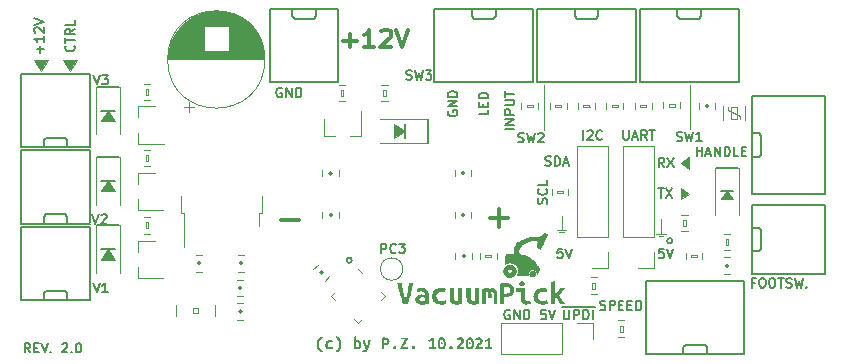
<source format=gbr>
%TF.GenerationSoftware,KiCad,Pcbnew,6.0.0-d3dd2cf0fa~116~ubuntu20.04.1*%
%TF.CreationDate,2021-12-27T17:03:20+01:00*%
%TF.ProjectId,VacuumPick,56616375-756d-4506-9963-6b2e6b696361,rev?*%
%TF.SameCoordinates,Original*%
%TF.FileFunction,Legend,Top*%
%TF.FilePolarity,Positive*%
%FSLAX46Y46*%
G04 Gerber Fmt 4.6, Leading zero omitted, Abs format (unit mm)*
G04 Created by KiCad (PCBNEW 6.0.0-d3dd2cf0fa~116~ubuntu20.04.1) date 2021-12-27 17:03:20*
%MOMM*%
%LPD*%
G01*
G04 APERTURE LIST*
%ADD10C,0.120000*%
%ADD11C,0.100000*%
%ADD12C,0.200000*%
%ADD13C,0.150000*%
%ADD14C,0.300000*%
%ADD15C,0.010000*%
G04 APERTURE END LIST*
D10*
X114200000Y-80000000D02*
X114200000Y-81200000D01*
X113800000Y-81200000D02*
X114600000Y-81200000D01*
X114400000Y-81400000D02*
X114000000Y-81400000D01*
D11*
X72600000Y-67700000D02*
X72000000Y-66800000D01*
X72000000Y-66800000D02*
X73200000Y-66800000D01*
X73200000Y-66800000D02*
X72600000Y-67700000D01*
G36*
X72600000Y-67700000D02*
G01*
X72000000Y-66800000D01*
X73200000Y-66800000D01*
X72600000Y-67700000D01*
G37*
X72600000Y-67700000D02*
X72000000Y-66800000D01*
X73200000Y-66800000D01*
X72600000Y-67700000D01*
D12*
X123573607Y-82100000D02*
G75*
G03*
X123573607Y-82100000I-223607J0D01*
G01*
X75200000Y-71100000D02*
X76400000Y-71100000D01*
D11*
X75800000Y-71100000D02*
X76400000Y-72000000D01*
X76400000Y-72000000D02*
X75200000Y-72000000D01*
X75200000Y-72000000D02*
X75800000Y-71100000D01*
G36*
X76400000Y-72000000D02*
G01*
X75200000Y-72000000D01*
X75800000Y-71100000D01*
X76400000Y-72000000D01*
G37*
X76400000Y-72000000D02*
X75200000Y-72000000D01*
X75800000Y-71100000D01*
X76400000Y-72000000D01*
D12*
X75200000Y-77000000D02*
X76400000Y-77000000D01*
D11*
X75800000Y-77000000D02*
X76400000Y-77900000D01*
X76400000Y-77900000D02*
X75200000Y-77900000D01*
X75200000Y-77900000D02*
X75800000Y-77000000D01*
G36*
X76400000Y-77900000D02*
G01*
X75200000Y-77900000D01*
X75800000Y-77000000D01*
X76400000Y-77900000D01*
G37*
X76400000Y-77900000D02*
X75200000Y-77900000D01*
X75800000Y-77000000D01*
X76400000Y-77900000D01*
X75800000Y-82800000D02*
X76400000Y-83700000D01*
X76400000Y-83700000D02*
X75200000Y-83700000D01*
X75200000Y-83700000D02*
X75800000Y-82800000D01*
G36*
X76400000Y-83700000D02*
G01*
X75200000Y-83700000D01*
X75800000Y-82800000D01*
X76400000Y-83700000D01*
G37*
X76400000Y-83700000D02*
X75200000Y-83700000D01*
X75800000Y-82800000D01*
X76400000Y-83700000D01*
D12*
X75200000Y-82800000D02*
X76400000Y-82800000D01*
X100900000Y-72200000D02*
X100900000Y-73400000D01*
D11*
X100900000Y-72800000D02*
X100000000Y-73400000D01*
X100000000Y-73400000D02*
X100000000Y-72200000D01*
X100000000Y-72200000D02*
X100900000Y-72800000D01*
G36*
X100900000Y-72800000D02*
G01*
X100000000Y-73400000D01*
X100000000Y-72200000D01*
X100900000Y-72800000D01*
G37*
X100900000Y-72800000D02*
X100000000Y-73400000D01*
X100000000Y-72200000D01*
X100900000Y-72800000D01*
X124300000Y-77600000D02*
X125000000Y-78100000D01*
X125000000Y-78100000D02*
X124300000Y-78600000D01*
X124300000Y-78600000D02*
X124300000Y-77600000D01*
G36*
X125000000Y-78100000D02*
G01*
X124300000Y-78600000D01*
X124300000Y-77600000D01*
X125000000Y-78100000D01*
G37*
X125000000Y-78100000D02*
X124300000Y-78600000D01*
X124300000Y-77600000D01*
X125000000Y-78100000D01*
X127700000Y-78600000D02*
X128200000Y-77900000D01*
X128200000Y-77900000D02*
X128700000Y-78600000D01*
X128700000Y-78600000D02*
X127700000Y-78600000D01*
G36*
X128700000Y-78600000D02*
G01*
X127700000Y-78600000D01*
X128200000Y-77900000D01*
X128700000Y-78600000D01*
G37*
X128700000Y-78600000D02*
X127700000Y-78600000D01*
X128200000Y-77900000D01*
X128700000Y-78600000D01*
D12*
X127700000Y-77900000D02*
X128700000Y-77900000D01*
D10*
X122600000Y-80300000D02*
X122600000Y-81500000D01*
X122200000Y-81500000D02*
X123000000Y-81500000D01*
X112700000Y-68900000D02*
X112700000Y-72700000D01*
D11*
X125000000Y-76000000D02*
X124300000Y-75500000D01*
X124300000Y-75500000D02*
X125000000Y-75000000D01*
X125000000Y-75000000D02*
X125000000Y-76000000D01*
G36*
X125000000Y-76000000D02*
G01*
X124300000Y-75500000D01*
X125000000Y-75000000D01*
X125000000Y-76000000D01*
G37*
X125000000Y-76000000D02*
X124300000Y-75500000D01*
X125000000Y-75000000D01*
X125000000Y-76000000D01*
D10*
X122800000Y-81700000D02*
X122400000Y-81700000D01*
D12*
X96423607Y-83750000D02*
G75*
G03*
X96423607Y-83750000I-223607J0D01*
G01*
D11*
X70100000Y-67700000D02*
X69500000Y-66800000D01*
X69500000Y-66800000D02*
X70700000Y-66800000D01*
X70700000Y-66800000D02*
X70100000Y-67700000D01*
G36*
X70100000Y-67700000D02*
G01*
X69500000Y-66800000D01*
X70700000Y-66800000D01*
X70100000Y-67700000D01*
G37*
X70100000Y-67700000D02*
X69500000Y-66800000D01*
X70700000Y-66800000D01*
X70100000Y-67700000D01*
D10*
X125100000Y-68900000D02*
X125100000Y-72600000D01*
D13*
X122866666Y-75861904D02*
X122600000Y-75480952D01*
X122409523Y-75861904D02*
X122409523Y-75061904D01*
X122714285Y-75061904D01*
X122790476Y-75100000D01*
X122828571Y-75138095D01*
X122866666Y-75214285D01*
X122866666Y-75328571D01*
X122828571Y-75404761D01*
X122790476Y-75442857D01*
X122714285Y-75480952D01*
X122409523Y-75480952D01*
X123133333Y-75061904D02*
X123666666Y-75861904D01*
X123666666Y-75061904D02*
X123133333Y-75861904D01*
X122847619Y-82761904D02*
X122466666Y-82761904D01*
X122428571Y-83142857D01*
X122466666Y-83104761D01*
X122542857Y-83066666D01*
X122733333Y-83066666D01*
X122809523Y-83104761D01*
X122847619Y-83142857D01*
X122885714Y-83219047D01*
X122885714Y-83409523D01*
X122847619Y-83485714D01*
X122809523Y-83523809D01*
X122733333Y-83561904D01*
X122542857Y-83561904D01*
X122466666Y-83523809D01*
X122428571Y-83485714D01*
X123114285Y-82761904D02*
X123380952Y-83561904D01*
X123647619Y-82761904D01*
X112828571Y-75723809D02*
X112942857Y-75761904D01*
X113133333Y-75761904D01*
X113209523Y-75723809D01*
X113247619Y-75685714D01*
X113285714Y-75609523D01*
X113285714Y-75533333D01*
X113247619Y-75457142D01*
X113209523Y-75419047D01*
X113133333Y-75380952D01*
X112980952Y-75342857D01*
X112904761Y-75304761D01*
X112866666Y-75266666D01*
X112828571Y-75190476D01*
X112828571Y-75114285D01*
X112866666Y-75038095D01*
X112904761Y-75000000D01*
X112980952Y-74961904D01*
X113171428Y-74961904D01*
X113285714Y-75000000D01*
X113628571Y-75761904D02*
X113628571Y-74961904D01*
X113819047Y-74961904D01*
X113933333Y-75000000D01*
X114009523Y-75076190D01*
X114047619Y-75152380D01*
X114085714Y-75304761D01*
X114085714Y-75419047D01*
X114047619Y-75571428D01*
X114009523Y-75647619D01*
X113933333Y-75723809D01*
X113819047Y-75761904D01*
X113628571Y-75761904D01*
X114390476Y-75533333D02*
X114771428Y-75533333D01*
X114314285Y-75761904D02*
X114580952Y-74961904D01*
X114847619Y-75761904D01*
X112923809Y-78952380D02*
X112961904Y-78838095D01*
X112961904Y-78647619D01*
X112923809Y-78571428D01*
X112885714Y-78533333D01*
X112809523Y-78495238D01*
X112733333Y-78495238D01*
X112657142Y-78533333D01*
X112619047Y-78571428D01*
X112580952Y-78647619D01*
X112542857Y-78800000D01*
X112504761Y-78876190D01*
X112466666Y-78914285D01*
X112390476Y-78952380D01*
X112314285Y-78952380D01*
X112238095Y-78914285D01*
X112200000Y-78876190D01*
X112161904Y-78800000D01*
X112161904Y-78609523D01*
X112200000Y-78495238D01*
X112885714Y-77695238D02*
X112923809Y-77733333D01*
X112961904Y-77847619D01*
X112961904Y-77923809D01*
X112923809Y-78038095D01*
X112847619Y-78114285D01*
X112771428Y-78152380D01*
X112619047Y-78190476D01*
X112504761Y-78190476D01*
X112352380Y-78152380D01*
X112276190Y-78114285D01*
X112200000Y-78038095D01*
X112161904Y-77923809D01*
X112161904Y-77847619D01*
X112200000Y-77733333D01*
X112238095Y-77695238D01*
X112961904Y-76971428D02*
X112961904Y-77352380D01*
X112161904Y-77352380D01*
X114247619Y-82761904D02*
X113866666Y-82761904D01*
X113828571Y-83142857D01*
X113866666Y-83104761D01*
X113942857Y-83066666D01*
X114133333Y-83066666D01*
X114209523Y-83104761D01*
X114247619Y-83142857D01*
X114285714Y-83219047D01*
X114285714Y-83409523D01*
X114247619Y-83485714D01*
X114209523Y-83523809D01*
X114133333Y-83561904D01*
X113942857Y-83561904D01*
X113866666Y-83523809D01*
X113828571Y-83485714D01*
X114514285Y-82761904D02*
X114780952Y-83561904D01*
X115047619Y-82761904D01*
X114190476Y-87736000D02*
X115028571Y-87736000D01*
X114380952Y-87961904D02*
X114380952Y-88609523D01*
X114419047Y-88685714D01*
X114457142Y-88723809D01*
X114533333Y-88761904D01*
X114685714Y-88761904D01*
X114761904Y-88723809D01*
X114800000Y-88685714D01*
X114838095Y-88609523D01*
X114838095Y-87961904D01*
X115028571Y-87736000D02*
X115828571Y-87736000D01*
X115219047Y-88761904D02*
X115219047Y-87961904D01*
X115523809Y-87961904D01*
X115600000Y-88000000D01*
X115638095Y-88038095D01*
X115676190Y-88114285D01*
X115676190Y-88228571D01*
X115638095Y-88304761D01*
X115600000Y-88342857D01*
X115523809Y-88380952D01*
X115219047Y-88380952D01*
X115828571Y-87736000D02*
X116628571Y-87736000D01*
X116019047Y-88761904D02*
X116019047Y-87961904D01*
X116209523Y-87961904D01*
X116323809Y-88000000D01*
X116400000Y-88076190D01*
X116438095Y-88152380D01*
X116476190Y-88304761D01*
X116476190Y-88419047D01*
X116438095Y-88571428D01*
X116400000Y-88647619D01*
X116323809Y-88723809D01*
X116209523Y-88761904D01*
X116019047Y-88761904D01*
X116628571Y-87736000D02*
X117009523Y-87736000D01*
X116819047Y-88761904D02*
X116819047Y-87961904D01*
X112847619Y-87961904D02*
X112466666Y-87961904D01*
X112428571Y-88342857D01*
X112466666Y-88304761D01*
X112542857Y-88266666D01*
X112733333Y-88266666D01*
X112809523Y-88304761D01*
X112847619Y-88342857D01*
X112885714Y-88419047D01*
X112885714Y-88609523D01*
X112847619Y-88685714D01*
X112809523Y-88723809D01*
X112733333Y-88761904D01*
X112542857Y-88761904D01*
X112466666Y-88723809D01*
X112428571Y-88685714D01*
X113114285Y-87961904D02*
X113380952Y-88761904D01*
X113647619Y-87961904D01*
X109790476Y-88000000D02*
X109714285Y-87961904D01*
X109600000Y-87961904D01*
X109485714Y-88000000D01*
X109409523Y-88076190D01*
X109371428Y-88152380D01*
X109333333Y-88304761D01*
X109333333Y-88419047D01*
X109371428Y-88571428D01*
X109409523Y-88647619D01*
X109485714Y-88723809D01*
X109600000Y-88761904D01*
X109676190Y-88761904D01*
X109790476Y-88723809D01*
X109828571Y-88685714D01*
X109828571Y-88419047D01*
X109676190Y-88419047D01*
X110171428Y-88761904D02*
X110171428Y-87961904D01*
X110628571Y-88761904D01*
X110628571Y-87961904D01*
X111009523Y-88761904D02*
X111009523Y-87961904D01*
X111200000Y-87961904D01*
X111314285Y-88000000D01*
X111390476Y-88076190D01*
X111428571Y-88152380D01*
X111466666Y-88304761D01*
X111466666Y-88419047D01*
X111428571Y-88571428D01*
X111390476Y-88647619D01*
X111314285Y-88723809D01*
X111200000Y-88761904D01*
X111009523Y-88761904D01*
X117447619Y-87923809D02*
X117561904Y-87961904D01*
X117752380Y-87961904D01*
X117828571Y-87923809D01*
X117866666Y-87885714D01*
X117904761Y-87809523D01*
X117904761Y-87733333D01*
X117866666Y-87657142D01*
X117828571Y-87619047D01*
X117752380Y-87580952D01*
X117600000Y-87542857D01*
X117523809Y-87504761D01*
X117485714Y-87466666D01*
X117447619Y-87390476D01*
X117447619Y-87314285D01*
X117485714Y-87238095D01*
X117523809Y-87200000D01*
X117600000Y-87161904D01*
X117790476Y-87161904D01*
X117904761Y-87200000D01*
X118247619Y-87961904D02*
X118247619Y-87161904D01*
X118552380Y-87161904D01*
X118628571Y-87200000D01*
X118666666Y-87238095D01*
X118704761Y-87314285D01*
X118704761Y-87428571D01*
X118666666Y-87504761D01*
X118628571Y-87542857D01*
X118552380Y-87580952D01*
X118247619Y-87580952D01*
X119047619Y-87542857D02*
X119314285Y-87542857D01*
X119428571Y-87961904D02*
X119047619Y-87961904D01*
X119047619Y-87161904D01*
X119428571Y-87161904D01*
X119771428Y-87542857D02*
X120038095Y-87542857D01*
X120152380Y-87961904D02*
X119771428Y-87961904D01*
X119771428Y-87161904D01*
X120152380Y-87161904D01*
X120495238Y-87961904D02*
X120495238Y-87161904D01*
X120685714Y-87161904D01*
X120800000Y-87200000D01*
X120876190Y-87276190D01*
X120914285Y-87352380D01*
X120952380Y-87504761D01*
X120952380Y-87619047D01*
X120914285Y-87771428D01*
X120876190Y-87847619D01*
X120800000Y-87923809D01*
X120685714Y-87961904D01*
X120495238Y-87961904D01*
X123933333Y-73623809D02*
X124047619Y-73661904D01*
X124238095Y-73661904D01*
X124314285Y-73623809D01*
X124352380Y-73585714D01*
X124390476Y-73509523D01*
X124390476Y-73433333D01*
X124352380Y-73357142D01*
X124314285Y-73319047D01*
X124238095Y-73280952D01*
X124085714Y-73242857D01*
X124009523Y-73204761D01*
X123971428Y-73166666D01*
X123933333Y-73090476D01*
X123933333Y-73014285D01*
X123971428Y-72938095D01*
X124009523Y-72900000D01*
X124085714Y-72861904D01*
X124276190Y-72861904D01*
X124390476Y-72900000D01*
X124657142Y-72861904D02*
X124847619Y-73661904D01*
X125000000Y-73090476D01*
X125152380Y-73661904D01*
X125342857Y-72861904D01*
X126066666Y-73661904D02*
X125609523Y-73661904D01*
X125838095Y-73661904D02*
X125838095Y-72861904D01*
X125761904Y-72976190D01*
X125685714Y-73052380D01*
X125609523Y-73090476D01*
X110533333Y-73723809D02*
X110647619Y-73761904D01*
X110838095Y-73761904D01*
X110914285Y-73723809D01*
X110952380Y-73685714D01*
X110990476Y-73609523D01*
X110990476Y-73533333D01*
X110952380Y-73457142D01*
X110914285Y-73419047D01*
X110838095Y-73380952D01*
X110685714Y-73342857D01*
X110609523Y-73304761D01*
X110571428Y-73266666D01*
X110533333Y-73190476D01*
X110533333Y-73114285D01*
X110571428Y-73038095D01*
X110609523Y-73000000D01*
X110685714Y-72961904D01*
X110876190Y-72961904D01*
X110990476Y-73000000D01*
X111257142Y-72961904D02*
X111447619Y-73761904D01*
X111600000Y-73190476D01*
X111752380Y-73761904D01*
X111942857Y-72961904D01*
X112209523Y-73038095D02*
X112247619Y-73000000D01*
X112323809Y-72961904D01*
X112514285Y-72961904D01*
X112590476Y-73000000D01*
X112628571Y-73038095D01*
X112666666Y-73114285D01*
X112666666Y-73190476D01*
X112628571Y-73304761D01*
X112171428Y-73761904D01*
X112666666Y-73761904D01*
X101033333Y-68423809D02*
X101147619Y-68461904D01*
X101338095Y-68461904D01*
X101414285Y-68423809D01*
X101452380Y-68385714D01*
X101490476Y-68309523D01*
X101490476Y-68233333D01*
X101452380Y-68157142D01*
X101414285Y-68119047D01*
X101338095Y-68080952D01*
X101185714Y-68042857D01*
X101109523Y-68004761D01*
X101071428Y-67966666D01*
X101033333Y-67890476D01*
X101033333Y-67814285D01*
X101071428Y-67738095D01*
X101109523Y-67700000D01*
X101185714Y-67661904D01*
X101376190Y-67661904D01*
X101490476Y-67700000D01*
X101757142Y-67661904D02*
X101947619Y-68461904D01*
X102100000Y-67890476D01*
X102252380Y-68461904D01*
X102442857Y-67661904D01*
X102671428Y-67661904D02*
X103166666Y-67661904D01*
X102900000Y-67966666D01*
X103014285Y-67966666D01*
X103090476Y-68004761D01*
X103128571Y-68042857D01*
X103166666Y-68119047D01*
X103166666Y-68309523D01*
X103128571Y-68385714D01*
X103090476Y-68423809D01*
X103014285Y-68461904D01*
X102785714Y-68461904D01*
X102709523Y-68423809D01*
X102671428Y-68385714D01*
X125623809Y-74961904D02*
X125623809Y-74161904D01*
X125623809Y-74542857D02*
X126080952Y-74542857D01*
X126080952Y-74961904D02*
X126080952Y-74161904D01*
X126423809Y-74733333D02*
X126804761Y-74733333D01*
X126347619Y-74961904D02*
X126614285Y-74161904D01*
X126880952Y-74961904D01*
X127147619Y-74961904D02*
X127147619Y-74161904D01*
X127604761Y-74961904D01*
X127604761Y-74161904D01*
X127985714Y-74961904D02*
X127985714Y-74161904D01*
X128176190Y-74161904D01*
X128290476Y-74200000D01*
X128366666Y-74276190D01*
X128404761Y-74352380D01*
X128442857Y-74504761D01*
X128442857Y-74619047D01*
X128404761Y-74771428D01*
X128366666Y-74847619D01*
X128290476Y-74923809D01*
X128176190Y-74961904D01*
X127985714Y-74961904D01*
X129166666Y-74961904D02*
X128785714Y-74961904D01*
X128785714Y-74161904D01*
X129433333Y-74542857D02*
X129700000Y-74542857D01*
X129814285Y-74961904D02*
X129433333Y-74961904D01*
X129433333Y-74161904D01*
X129814285Y-74161904D01*
D14*
X95707142Y-65157142D02*
X96850000Y-65157142D01*
X96278571Y-65728571D02*
X96278571Y-64585714D01*
X98350000Y-65728571D02*
X97492857Y-65728571D01*
X97921428Y-65728571D02*
X97921428Y-64228571D01*
X97778571Y-64442857D01*
X97635714Y-64585714D01*
X97492857Y-64657142D01*
X98921428Y-64371428D02*
X98992857Y-64300000D01*
X99135714Y-64228571D01*
X99492857Y-64228571D01*
X99635714Y-64300000D01*
X99707142Y-64371428D01*
X99778571Y-64514285D01*
X99778571Y-64657142D01*
X99707142Y-64871428D01*
X98850000Y-65728571D01*
X99778571Y-65728571D01*
X100207142Y-64228571D02*
X100707142Y-65728571D01*
X101207142Y-64228571D01*
D13*
X90490476Y-69200000D02*
X90414285Y-69161904D01*
X90300000Y-69161904D01*
X90185714Y-69200000D01*
X90109523Y-69276190D01*
X90071428Y-69352380D01*
X90033333Y-69504761D01*
X90033333Y-69619047D01*
X90071428Y-69771428D01*
X90109523Y-69847619D01*
X90185714Y-69923809D01*
X90300000Y-69961904D01*
X90376190Y-69961904D01*
X90490476Y-69923809D01*
X90528571Y-69885714D01*
X90528571Y-69619047D01*
X90376190Y-69619047D01*
X90871428Y-69961904D02*
X90871428Y-69161904D01*
X91328571Y-69961904D01*
X91328571Y-69161904D01*
X91709523Y-69961904D02*
X91709523Y-69161904D01*
X91900000Y-69161904D01*
X92014285Y-69200000D01*
X92090476Y-69276190D01*
X92128571Y-69352380D01*
X92166666Y-69504761D01*
X92166666Y-69619047D01*
X92128571Y-69771428D01*
X92090476Y-69847619D01*
X92014285Y-69923809D01*
X91900000Y-69961904D01*
X91709523Y-69961904D01*
X74552380Y-85661904D02*
X74819047Y-86461904D01*
X75085714Y-85661904D01*
X75771428Y-86461904D02*
X75314285Y-86461904D01*
X75542857Y-86461904D02*
X75542857Y-85661904D01*
X75466666Y-85776190D01*
X75390476Y-85852380D01*
X75314285Y-85890476D01*
X74452380Y-79861904D02*
X74719047Y-80661904D01*
X74985714Y-79861904D01*
X75214285Y-79938095D02*
X75252380Y-79900000D01*
X75328571Y-79861904D01*
X75519047Y-79861904D01*
X75595238Y-79900000D01*
X75633333Y-79938095D01*
X75671428Y-80014285D01*
X75671428Y-80090476D01*
X75633333Y-80204761D01*
X75176190Y-80661904D01*
X75671428Y-80661904D01*
X74552380Y-68061904D02*
X74819047Y-68861904D01*
X75085714Y-68061904D01*
X75276190Y-68061904D02*
X75771428Y-68061904D01*
X75504761Y-68366666D01*
X75619047Y-68366666D01*
X75695238Y-68404761D01*
X75733333Y-68442857D01*
X75771428Y-68519047D01*
X75771428Y-68709523D01*
X75733333Y-68785714D01*
X75695238Y-68823809D01*
X75619047Y-68861904D01*
X75390476Y-68861904D01*
X75314285Y-68823809D01*
X75276190Y-68785714D01*
X70057142Y-66209523D02*
X70057142Y-65600000D01*
X70361904Y-65904761D02*
X69752380Y-65904761D01*
X70361904Y-64800000D02*
X70361904Y-65257142D01*
X70361904Y-65028571D02*
X69561904Y-65028571D01*
X69676190Y-65104761D01*
X69752380Y-65180952D01*
X69790476Y-65257142D01*
X69638095Y-64495238D02*
X69600000Y-64457142D01*
X69561904Y-64380952D01*
X69561904Y-64190476D01*
X69600000Y-64114285D01*
X69638095Y-64076190D01*
X69714285Y-64038095D01*
X69790476Y-64038095D01*
X69904761Y-64076190D01*
X70361904Y-64533333D01*
X70361904Y-64038095D01*
X69561904Y-63809523D02*
X70361904Y-63542857D01*
X69561904Y-63276190D01*
X72885714Y-65580952D02*
X72923809Y-65619047D01*
X72961904Y-65733333D01*
X72961904Y-65809523D01*
X72923809Y-65923809D01*
X72847619Y-66000000D01*
X72771428Y-66038095D01*
X72619047Y-66076190D01*
X72504761Y-66076190D01*
X72352380Y-66038095D01*
X72276190Y-66000000D01*
X72200000Y-65923809D01*
X72161904Y-65809523D01*
X72161904Y-65733333D01*
X72200000Y-65619047D01*
X72238095Y-65580952D01*
X72161904Y-65352380D02*
X72161904Y-64895238D01*
X72961904Y-65123809D02*
X72161904Y-65123809D01*
X72961904Y-64171428D02*
X72580952Y-64438095D01*
X72961904Y-64628571D02*
X72161904Y-64628571D01*
X72161904Y-64323809D01*
X72200000Y-64247619D01*
X72238095Y-64209523D01*
X72314285Y-64171428D01*
X72428571Y-64171428D01*
X72504761Y-64209523D01*
X72542857Y-64247619D01*
X72580952Y-64323809D01*
X72580952Y-64628571D01*
X72961904Y-63447619D02*
X72961904Y-63828571D01*
X72161904Y-63828571D01*
X110161904Y-72642857D02*
X109361904Y-72642857D01*
X110161904Y-72261904D02*
X109361904Y-72261904D01*
X110161904Y-71804761D01*
X109361904Y-71804761D01*
X110161904Y-71423809D02*
X109361904Y-71423809D01*
X109361904Y-71119047D01*
X109400000Y-71042857D01*
X109438095Y-71004761D01*
X109514285Y-70966666D01*
X109628571Y-70966666D01*
X109704761Y-71004761D01*
X109742857Y-71042857D01*
X109780952Y-71119047D01*
X109780952Y-71423809D01*
X109361904Y-70623809D02*
X110009523Y-70623809D01*
X110085714Y-70585714D01*
X110123809Y-70547619D01*
X110161904Y-70471428D01*
X110161904Y-70319047D01*
X110123809Y-70242857D01*
X110085714Y-70204761D01*
X110009523Y-70166666D01*
X109361904Y-70166666D01*
X109361904Y-69900000D02*
X109361904Y-69442857D01*
X110161904Y-69671428D02*
X109361904Y-69671428D01*
X107961904Y-71014285D02*
X107961904Y-71395238D01*
X107161904Y-71395238D01*
X107542857Y-70747619D02*
X107542857Y-70480952D01*
X107961904Y-70366666D02*
X107961904Y-70747619D01*
X107161904Y-70747619D01*
X107161904Y-70366666D01*
X107961904Y-70023809D02*
X107161904Y-70023809D01*
X107161904Y-69833333D01*
X107200000Y-69719047D01*
X107276190Y-69642857D01*
X107352380Y-69604761D01*
X107504761Y-69566666D01*
X107619047Y-69566666D01*
X107771428Y-69604761D01*
X107847619Y-69642857D01*
X107923809Y-69719047D01*
X107961904Y-69833333D01*
X107961904Y-70023809D01*
X104600000Y-71109523D02*
X104561904Y-71185714D01*
X104561904Y-71300000D01*
X104600000Y-71414285D01*
X104676190Y-71490476D01*
X104752380Y-71528571D01*
X104904761Y-71566666D01*
X105019047Y-71566666D01*
X105171428Y-71528571D01*
X105247619Y-71490476D01*
X105323809Y-71414285D01*
X105361904Y-71300000D01*
X105361904Y-71223809D01*
X105323809Y-71109523D01*
X105285714Y-71071428D01*
X105019047Y-71071428D01*
X105019047Y-71223809D01*
X105361904Y-70728571D02*
X104561904Y-70728571D01*
X105361904Y-70271428D01*
X104561904Y-70271428D01*
X105361904Y-69890476D02*
X104561904Y-69890476D01*
X104561904Y-69700000D01*
X104600000Y-69585714D01*
X104676190Y-69509523D01*
X104752380Y-69471428D01*
X104904761Y-69433333D01*
X105019047Y-69433333D01*
X105171428Y-69471428D01*
X105247619Y-69509523D01*
X105323809Y-69585714D01*
X105361904Y-69700000D01*
X105361904Y-69890476D01*
X98909523Y-83161904D02*
X98909523Y-82361904D01*
X99214285Y-82361904D01*
X99290476Y-82400000D01*
X99328571Y-82438095D01*
X99366666Y-82514285D01*
X99366666Y-82628571D01*
X99328571Y-82704761D01*
X99290476Y-82742857D01*
X99214285Y-82780952D01*
X98909523Y-82780952D01*
X100166666Y-83085714D02*
X100128571Y-83123809D01*
X100014285Y-83161904D01*
X99938095Y-83161904D01*
X99823809Y-83123809D01*
X99747619Y-83047619D01*
X99709523Y-82971428D01*
X99671428Y-82819047D01*
X99671428Y-82704761D01*
X99709523Y-82552380D01*
X99747619Y-82476190D01*
X99823809Y-82400000D01*
X99938095Y-82361904D01*
X100014285Y-82361904D01*
X100128571Y-82400000D01*
X100166666Y-82438095D01*
X100433333Y-82361904D02*
X100928571Y-82361904D01*
X100661904Y-82666666D01*
X100776190Y-82666666D01*
X100852380Y-82704761D01*
X100890476Y-82742857D01*
X100928571Y-82819047D01*
X100928571Y-83009523D01*
X100890476Y-83085714D01*
X100852380Y-83123809D01*
X100776190Y-83161904D01*
X100547619Y-83161904D01*
X100471428Y-83123809D01*
X100433333Y-83085714D01*
X69195238Y-91561904D02*
X68928571Y-91180952D01*
X68738095Y-91561904D02*
X68738095Y-90761904D01*
X69042857Y-90761904D01*
X69119047Y-90800000D01*
X69157142Y-90838095D01*
X69195238Y-90914285D01*
X69195238Y-91028571D01*
X69157142Y-91104761D01*
X69119047Y-91142857D01*
X69042857Y-91180952D01*
X68738095Y-91180952D01*
X69538095Y-91142857D02*
X69804761Y-91142857D01*
X69919047Y-91561904D02*
X69538095Y-91561904D01*
X69538095Y-90761904D01*
X69919047Y-90761904D01*
X70147619Y-90761904D02*
X70414285Y-91561904D01*
X70680952Y-90761904D01*
X70947619Y-91485714D02*
X70985714Y-91523809D01*
X70947619Y-91561904D01*
X70909523Y-91523809D01*
X70947619Y-91485714D01*
X70947619Y-91561904D01*
X71900000Y-90838095D02*
X71938095Y-90800000D01*
X72014285Y-90761904D01*
X72204761Y-90761904D01*
X72280952Y-90800000D01*
X72319047Y-90838095D01*
X72357142Y-90914285D01*
X72357142Y-90990476D01*
X72319047Y-91104761D01*
X71861904Y-91561904D01*
X72357142Y-91561904D01*
X72700000Y-91485714D02*
X72738095Y-91523809D01*
X72700000Y-91561904D01*
X72661904Y-91523809D01*
X72700000Y-91485714D01*
X72700000Y-91561904D01*
X73233333Y-90761904D02*
X73309523Y-90761904D01*
X73385714Y-90800000D01*
X73423809Y-90838095D01*
X73461904Y-90914285D01*
X73500000Y-91066666D01*
X73500000Y-91257142D01*
X73461904Y-91409523D01*
X73423809Y-91485714D01*
X73385714Y-91523809D01*
X73309523Y-91561904D01*
X73233333Y-91561904D01*
X73157142Y-91523809D01*
X73119047Y-91485714D01*
X73080952Y-91409523D01*
X73042857Y-91257142D01*
X73042857Y-91066666D01*
X73080952Y-90914285D01*
X73119047Y-90838095D01*
X73157142Y-90800000D01*
X73233333Y-90761904D01*
X119423809Y-72761904D02*
X119423809Y-73409523D01*
X119461904Y-73485714D01*
X119500000Y-73523809D01*
X119576190Y-73561904D01*
X119728571Y-73561904D01*
X119804761Y-73523809D01*
X119842857Y-73485714D01*
X119880952Y-73409523D01*
X119880952Y-72761904D01*
X120223809Y-73333333D02*
X120604761Y-73333333D01*
X120147619Y-73561904D02*
X120414285Y-72761904D01*
X120680952Y-73561904D01*
X121404761Y-73561904D02*
X121138095Y-73180952D01*
X120947619Y-73561904D02*
X120947619Y-72761904D01*
X121252380Y-72761904D01*
X121328571Y-72800000D01*
X121366666Y-72838095D01*
X121404761Y-72914285D01*
X121404761Y-73028571D01*
X121366666Y-73104761D01*
X121328571Y-73142857D01*
X121252380Y-73180952D01*
X120947619Y-73180952D01*
X121633333Y-72761904D02*
X122090476Y-72761904D01*
X121861904Y-73561904D02*
X121861904Y-72761904D01*
X116019047Y-73561904D02*
X116019047Y-72761904D01*
X116361904Y-72838095D02*
X116400000Y-72800000D01*
X116476190Y-72761904D01*
X116666666Y-72761904D01*
X116742857Y-72800000D01*
X116780952Y-72838095D01*
X116819047Y-72914285D01*
X116819047Y-72990476D01*
X116780952Y-73104761D01*
X116323809Y-73561904D01*
X116819047Y-73561904D01*
X117619047Y-73485714D02*
X117580952Y-73523809D01*
X117466666Y-73561904D01*
X117390476Y-73561904D01*
X117276190Y-73523809D01*
X117200000Y-73447619D01*
X117161904Y-73371428D01*
X117123809Y-73219047D01*
X117123809Y-73104761D01*
X117161904Y-72952380D01*
X117200000Y-72876190D01*
X117276190Y-72800000D01*
X117390476Y-72761904D01*
X117466666Y-72761904D01*
X117580952Y-72800000D01*
X117619047Y-72838095D01*
X130542857Y-85642857D02*
X130276190Y-85642857D01*
X130276190Y-86061904D02*
X130276190Y-85261904D01*
X130657142Y-85261904D01*
X131114285Y-85261904D02*
X131266666Y-85261904D01*
X131342857Y-85300000D01*
X131419047Y-85376190D01*
X131457142Y-85528571D01*
X131457142Y-85795238D01*
X131419047Y-85947619D01*
X131342857Y-86023809D01*
X131266666Y-86061904D01*
X131114285Y-86061904D01*
X131038095Y-86023809D01*
X130961904Y-85947619D01*
X130923809Y-85795238D01*
X130923809Y-85528571D01*
X130961904Y-85376190D01*
X131038095Y-85300000D01*
X131114285Y-85261904D01*
X131952380Y-85261904D02*
X132104761Y-85261904D01*
X132180952Y-85300000D01*
X132257142Y-85376190D01*
X132295238Y-85528571D01*
X132295238Y-85795238D01*
X132257142Y-85947619D01*
X132180952Y-86023809D01*
X132104761Y-86061904D01*
X131952380Y-86061904D01*
X131876190Y-86023809D01*
X131800000Y-85947619D01*
X131761904Y-85795238D01*
X131761904Y-85528571D01*
X131800000Y-85376190D01*
X131876190Y-85300000D01*
X131952380Y-85261904D01*
X132523809Y-85261904D02*
X132980952Y-85261904D01*
X132752380Y-86061904D02*
X132752380Y-85261904D01*
X133209523Y-86023809D02*
X133323809Y-86061904D01*
X133514285Y-86061904D01*
X133590476Y-86023809D01*
X133628571Y-85985714D01*
X133666666Y-85909523D01*
X133666666Y-85833333D01*
X133628571Y-85757142D01*
X133590476Y-85719047D01*
X133514285Y-85680952D01*
X133361904Y-85642857D01*
X133285714Y-85604761D01*
X133247619Y-85566666D01*
X133209523Y-85490476D01*
X133209523Y-85414285D01*
X133247619Y-85338095D01*
X133285714Y-85300000D01*
X133361904Y-85261904D01*
X133552380Y-85261904D01*
X133666666Y-85300000D01*
X133933333Y-85261904D02*
X134123809Y-86061904D01*
X134276190Y-85490476D01*
X134428571Y-86061904D01*
X134619047Y-85261904D01*
X134923809Y-85985714D02*
X134961904Y-86023809D01*
X134923809Y-86061904D01*
X134885714Y-86023809D01*
X134923809Y-85985714D01*
X134923809Y-86061904D01*
X122390476Y-77661904D02*
X122847619Y-77661904D01*
X122619047Y-78461904D02*
X122619047Y-77661904D01*
X123038095Y-77661904D02*
X123571428Y-78461904D01*
X123571428Y-77661904D02*
X123038095Y-78461904D01*
D14*
%TO.C,M1*%
X90463095Y-80309308D02*
X91986904Y-80309308D01*
X108163095Y-80209308D02*
X109686904Y-80209308D01*
X108925000Y-80971212D02*
X108925000Y-79447403D01*
D10*
%TO.C,C1*%
X80870000Y-66750000D02*
X89030000Y-66750000D01*
X81003000Y-65709000D02*
X83910000Y-65709000D01*
X82043000Y-63869000D02*
X87857000Y-63869000D01*
X80898000Y-66270000D02*
X89002000Y-66270000D01*
X81048000Y-65549000D02*
X83910000Y-65549000D01*
X85990000Y-63989000D02*
X87969000Y-63989000D01*
X85990000Y-65669000D02*
X88886000Y-65669000D01*
X80908000Y-66190000D02*
X88992000Y-66190000D01*
X85990000Y-64149000D02*
X88106000Y-64149000D01*
X85990000Y-64029000D02*
X88005000Y-64029000D01*
X83305000Y-62989000D02*
X86595000Y-62989000D01*
X85990000Y-64909000D02*
X88597000Y-64909000D01*
X80948000Y-65949000D02*
X83910000Y-65949000D01*
X85990000Y-64269000D02*
X88200000Y-64269000D01*
X80873000Y-66590000D02*
X89027000Y-66590000D01*
X85990000Y-66029000D02*
X88967000Y-66029000D01*
X85990000Y-65389000D02*
X88800000Y-65389000D01*
X81036000Y-65589000D02*
X83910000Y-65589000D01*
X81826000Y-64109000D02*
X83910000Y-64109000D01*
X81895000Y-64029000D02*
X83910000Y-64029000D01*
X81073000Y-65469000D02*
X83910000Y-65469000D01*
X82722000Y-63309000D02*
X87178000Y-63309000D01*
X80902000Y-66230000D02*
X88998000Y-66230000D01*
X82916000Y-63189000D02*
X86984000Y-63189000D01*
X81481000Y-64589000D02*
X83910000Y-64589000D01*
X85990000Y-65269000D02*
X88755000Y-65269000D01*
X80940000Y-65989000D02*
X83910000Y-65989000D01*
X82124000Y-63789000D02*
X87776000Y-63789000D01*
X82346000Y-63589000D02*
X87554000Y-63589000D01*
X82635000Y-71159698D02*
X82635000Y-70359698D01*
X81532000Y-64509000D02*
X83910000Y-64509000D01*
X81506000Y-64549000D02*
X83910000Y-64549000D01*
X80876000Y-66510000D02*
X89024000Y-66510000D01*
X83852000Y-62789000D02*
X86048000Y-62789000D01*
X85990000Y-65429000D02*
X88813000Y-65429000D01*
X82986000Y-63149000D02*
X86914000Y-63149000D01*
X81457000Y-64629000D02*
X83910000Y-64629000D01*
X81967000Y-63949000D02*
X87933000Y-63949000D01*
X85990000Y-65469000D02*
X88827000Y-65469000D01*
X85990000Y-65069000D02*
X88672000Y-65069000D01*
X82784000Y-63269000D02*
X87116000Y-63269000D01*
X81410000Y-64709000D02*
X83910000Y-64709000D01*
X81129000Y-65309000D02*
X83910000Y-65309000D01*
X85990000Y-64829000D02*
X88556000Y-64829000D01*
X81730000Y-64229000D02*
X83910000Y-64229000D01*
X80956000Y-65909000D02*
X83910000Y-65909000D01*
X82209000Y-63709000D02*
X87691000Y-63709000D01*
X85990000Y-65789000D02*
X88917000Y-65789000D01*
X81388000Y-64749000D02*
X83910000Y-64749000D01*
X85990000Y-64509000D02*
X88368000Y-64509000D01*
X80893000Y-66310000D02*
X89007000Y-66310000D01*
X85990000Y-64469000D02*
X88342000Y-64469000D01*
X81323000Y-64869000D02*
X83910000Y-64869000D01*
X80920000Y-66110000D02*
X88980000Y-66110000D01*
X85990000Y-65829000D02*
X88926000Y-65829000D01*
X81228000Y-65069000D02*
X83910000Y-65069000D01*
X81641000Y-64349000D02*
X83910000Y-64349000D01*
X85990000Y-65149000D02*
X88707000Y-65149000D01*
X83721000Y-62829000D02*
X86179000Y-62829000D01*
X84417000Y-62669000D02*
X85483000Y-62669000D01*
X81433000Y-64669000D02*
X83910000Y-64669000D01*
X82496000Y-63469000D02*
X87404000Y-63469000D01*
X80871000Y-66630000D02*
X89029000Y-66630000D01*
X81087000Y-65429000D02*
X83910000Y-65429000D01*
X80870000Y-66670000D02*
X89030000Y-66670000D01*
X85990000Y-65749000D02*
X88907000Y-65749000D01*
X81670000Y-64309000D02*
X83910000Y-64309000D01*
X80870000Y-66710000D02*
X89030000Y-66710000D01*
X81264000Y-64989000D02*
X83910000Y-64989000D01*
X82445000Y-63509000D02*
X87455000Y-63509000D01*
X85990000Y-64349000D02*
X88259000Y-64349000D01*
X85990000Y-65229000D02*
X88740000Y-65229000D01*
X81794000Y-64149000D02*
X83910000Y-64149000D01*
X80879000Y-66470000D02*
X89021000Y-66470000D01*
X81700000Y-64269000D02*
X83910000Y-64269000D01*
X81303000Y-64909000D02*
X83910000Y-64909000D01*
X85990000Y-64949000D02*
X88616000Y-64949000D01*
X85990000Y-64669000D02*
X88467000Y-64669000D01*
X81366000Y-64789000D02*
X83910000Y-64789000D01*
X81160000Y-65229000D02*
X83910000Y-65229000D01*
X82663000Y-63349000D02*
X87237000Y-63349000D01*
X82235000Y-70759698D02*
X83035000Y-70759698D01*
X82550000Y-63429000D02*
X87350000Y-63429000D01*
X83398000Y-62949000D02*
X86502000Y-62949000D01*
X85990000Y-64189000D02*
X88139000Y-64189000D01*
X85990000Y-65629000D02*
X88875000Y-65629000D01*
X85990000Y-65549000D02*
X88852000Y-65549000D01*
X80889000Y-66350000D02*
X89011000Y-66350000D01*
X84182000Y-62709000D02*
X85718000Y-62709000D01*
X85990000Y-65989000D02*
X88960000Y-65989000D01*
X85990000Y-64549000D02*
X88394000Y-64549000D01*
X85990000Y-65949000D02*
X88952000Y-65949000D01*
X82605000Y-63389000D02*
X87295000Y-63389000D01*
X83219000Y-63029000D02*
X86681000Y-63029000D01*
X85990000Y-64069000D02*
X88040000Y-64069000D01*
X82166000Y-63749000D02*
X87734000Y-63749000D01*
X81145000Y-65269000D02*
X83910000Y-65269000D01*
X83137000Y-63069000D02*
X86763000Y-63069000D01*
X81176000Y-65189000D02*
X83910000Y-65189000D01*
X80885000Y-66390000D02*
X89015000Y-66390000D01*
X82299000Y-63629000D02*
X87601000Y-63629000D01*
X85990000Y-65869000D02*
X88935000Y-65869000D01*
X85990000Y-65309000D02*
X88771000Y-65309000D01*
X80974000Y-65829000D02*
X83910000Y-65829000D01*
X81100000Y-65389000D02*
X83910000Y-65389000D01*
X82083000Y-63829000D02*
X87817000Y-63829000D01*
X81585000Y-64429000D02*
X83910000Y-64429000D01*
X85990000Y-64429000D02*
X88315000Y-64429000D01*
X81115000Y-65349000D02*
X83910000Y-65349000D01*
X85990000Y-65349000D02*
X88785000Y-65349000D01*
X80993000Y-65749000D02*
X83910000Y-65749000D01*
X82253000Y-63669000D02*
X87647000Y-63669000D01*
X81558000Y-64469000D02*
X83910000Y-64469000D01*
X85990000Y-65109000D02*
X88690000Y-65109000D01*
X85990000Y-64309000D02*
X88230000Y-64309000D01*
X81025000Y-65629000D02*
X83910000Y-65629000D01*
X80882000Y-66430000D02*
X89018000Y-66430000D01*
X84002000Y-62749000D02*
X85898000Y-62749000D01*
X81061000Y-65509000D02*
X83910000Y-65509000D01*
X80933000Y-66029000D02*
X83910000Y-66029000D01*
X81246000Y-65029000D02*
X83910000Y-65029000D01*
X83060000Y-63109000D02*
X86840000Y-63109000D01*
X83604000Y-62869000D02*
X86296000Y-62869000D01*
X81344000Y-64829000D02*
X83910000Y-64829000D01*
X82848000Y-63229000D02*
X87052000Y-63229000D01*
X81612000Y-64389000D02*
X83910000Y-64389000D01*
X85990000Y-65189000D02*
X88724000Y-65189000D01*
X81860000Y-64069000D02*
X83910000Y-64069000D01*
X80983000Y-65789000D02*
X83910000Y-65789000D01*
X80874000Y-66550000D02*
X89026000Y-66550000D01*
X85990000Y-64629000D02*
X88443000Y-64629000D01*
X85990000Y-64109000D02*
X88074000Y-64109000D01*
X80965000Y-65869000D02*
X83910000Y-65869000D01*
X85990000Y-65709000D02*
X88897000Y-65709000D01*
X81014000Y-65669000D02*
X83910000Y-65669000D01*
X83497000Y-62909000D02*
X86403000Y-62909000D01*
X82005000Y-63909000D02*
X87895000Y-63909000D01*
X85990000Y-64589000D02*
X88419000Y-64589000D01*
X81210000Y-65109000D02*
X83910000Y-65109000D01*
X85990000Y-65589000D02*
X88864000Y-65589000D01*
X80913000Y-66150000D02*
X88987000Y-66150000D01*
X81284000Y-64949000D02*
X83910000Y-64949000D01*
X85990000Y-64789000D02*
X88534000Y-64789000D01*
X85990000Y-64989000D02*
X88636000Y-64989000D01*
X82394000Y-63549000D02*
X87506000Y-63549000D01*
X85990000Y-65909000D02*
X88944000Y-65909000D01*
X81193000Y-65149000D02*
X83910000Y-65149000D01*
X85990000Y-64709000D02*
X88490000Y-64709000D01*
X85990000Y-64749000D02*
X88512000Y-64749000D01*
X85990000Y-64389000D02*
X88288000Y-64389000D01*
X85990000Y-65029000D02*
X88654000Y-65029000D01*
X85990000Y-65509000D02*
X88839000Y-65509000D01*
X85990000Y-64869000D02*
X88577000Y-64869000D01*
X85990000Y-64229000D02*
X88170000Y-64229000D01*
X80926000Y-66070000D02*
X88974000Y-66070000D01*
X81761000Y-64189000D02*
X83910000Y-64189000D01*
X81931000Y-63989000D02*
X83910000Y-63989000D01*
X89070000Y-66750000D02*
G75*
G03*
X89070000Y-66750000I-4120000J0D01*
G01*
%TO.C,C2*%
X106560000Y-80158578D02*
X106560000Y-79641422D01*
X105140000Y-80158578D02*
X105140000Y-79641422D01*
D12*
X105977000Y-79900000D02*
G75*
G03*
X105977000Y-79900000I-127000J0D01*
G01*
D10*
%TO.C,C3*%
X106560000Y-76658578D02*
X106560000Y-76141422D01*
X105140000Y-76658578D02*
X105140000Y-76141422D01*
D12*
X105977000Y-76400000D02*
G75*
G03*
X105977000Y-76400000I-127000J0D01*
G01*
D10*
%TO.C,C4*%
X83241422Y-84710000D02*
X83758578Y-84710000D01*
X83241422Y-83290000D02*
X83758578Y-83290000D01*
D12*
X83627000Y-84000000D02*
G75*
G03*
X83627000Y-84000000I-127000J0D01*
G01*
D10*
%TO.C,C5*%
X93940000Y-76141422D02*
X93940000Y-76658578D01*
X95360000Y-76141422D02*
X95360000Y-76658578D01*
D12*
X94777000Y-76400000D02*
G75*
G03*
X94777000Y-76400000I-127000J0D01*
G01*
D10*
%TO.C,C6*%
X93940000Y-79641422D02*
X93940000Y-80158578D01*
X95360000Y-79641422D02*
X95360000Y-80158578D01*
D12*
X94777000Y-79900000D02*
G75*
G03*
X94777000Y-79900000I-127000J0D01*
G01*
D10*
%TO.C,C7*%
X87296079Y-84710000D02*
X86778923Y-84710000D01*
X87296079Y-83290000D02*
X86778923Y-83290000D01*
D12*
X87164501Y-84000000D02*
G75*
G03*
X87164501Y-84000000I-127000J0D01*
G01*
D10*
%TO.C,C8*%
X87258578Y-85390000D02*
X86741422Y-85390000D01*
X87258578Y-86810000D02*
X86741422Y-86810000D01*
D12*
X87127000Y-86100000D02*
G75*
G03*
X87127000Y-86100000I-127000J0D01*
G01*
D10*
%TO.C,C9*%
X93165112Y-84480796D02*
X93530796Y-84115112D01*
X94169204Y-85484888D02*
X94534888Y-85119204D01*
D12*
X93977001Y-84800000D02*
G75*
G03*
X93977001Y-84800000I-127001J0D01*
G01*
D10*
%TO.C,C10*%
X127941422Y-84910000D02*
X128458578Y-84910000D01*
X127941422Y-83490000D02*
X128458578Y-83490000D01*
D12*
X128327000Y-84200000D02*
G75*
G03*
X128327000Y-84200000I-127000J0D01*
G01*
D10*
%TO.C,C11*%
X106610000Y-83141422D02*
X106610000Y-83658578D01*
X105190000Y-83141422D02*
X105190000Y-83658578D01*
D12*
X106027000Y-83400000D02*
G75*
G03*
X106027000Y-83400000I-127000J0D01*
G01*
%TO.C,D1*%
X76750000Y-69050000D02*
X74850000Y-69050000D01*
D10*
X76800000Y-69050000D02*
X76800000Y-73100000D01*
X74800000Y-69050000D02*
X74800000Y-73100000D01*
%TO.C,D2*%
X76800000Y-75050000D02*
X76800000Y-79100000D01*
X74800000Y-75050000D02*
X74800000Y-79100000D01*
D12*
X76750000Y-75050000D02*
X74850000Y-75050000D01*
D10*
%TO.C,D3*%
X74800000Y-80800000D02*
X74800000Y-84850000D01*
D12*
X76750000Y-80800000D02*
X74850000Y-80800000D01*
D10*
X76800000Y-80800000D02*
X76800000Y-84850000D01*
%TO.C,D4*%
X102900000Y-73800000D02*
X98850000Y-73800000D01*
D12*
X102900000Y-73750000D02*
X102900000Y-71850000D01*
D10*
X102900000Y-71800000D02*
X98850000Y-71800000D01*
%TO.C,F1*%
X127890000Y-70697936D02*
X127890000Y-71902064D01*
X129308000Y-71554000D02*
X128292000Y-71046000D01*
X128546000Y-70792000D02*
X128546000Y-71808000D01*
X128546000Y-71808000D02*
X129054000Y-71808000D01*
X129710000Y-70697936D02*
X129710000Y-71902064D01*
X129054000Y-70792000D02*
X128546000Y-70792000D01*
X128292000Y-71046000D02*
X128292000Y-70792000D01*
X129308000Y-71808000D02*
X129308000Y-71554000D01*
X129054000Y-71808000D02*
X129054000Y-70792000D01*
D12*
%TO.C,J1*%
X92400000Y-63300000D02*
X91600000Y-63300000D01*
X92400000Y-62500000D02*
X95300000Y-62500000D01*
X93200000Y-63300000D02*
X93400000Y-63100000D01*
X89500000Y-68700000D02*
X95300000Y-68700000D01*
X92400000Y-62500000D02*
X89500000Y-62500000D01*
X93400000Y-63100000D02*
X93400000Y-62600000D01*
X92400000Y-63300000D02*
X93200000Y-63300000D01*
X91600000Y-63300000D02*
X91400000Y-63100000D01*
X95300000Y-68700000D02*
X95300000Y-62500000D01*
X89500000Y-62600000D02*
X89500000Y-68700000D01*
X91400000Y-63100000D02*
X91400000Y-62500000D01*
%TO.C,J2*%
X70350000Y-73600000D02*
X70350000Y-74100000D01*
X72150000Y-73400000D02*
X72350000Y-73600000D01*
X70550000Y-73400000D02*
X70350000Y-73600000D01*
X74250000Y-68000000D02*
X68450000Y-68000000D01*
X72350000Y-73600000D02*
X72350000Y-74200000D01*
X71350000Y-73400000D02*
X70550000Y-73400000D01*
X74250000Y-74100000D02*
X74250000Y-68000000D01*
X71350000Y-74200000D02*
X74250000Y-74200000D01*
X68450000Y-68000000D02*
X68450000Y-74200000D01*
X71350000Y-73400000D02*
X72150000Y-73400000D01*
X71350000Y-74200000D02*
X68450000Y-74200000D01*
%TO.C,J3*%
X74250000Y-80550000D02*
X74250000Y-74450000D01*
X72150000Y-79850000D02*
X72350000Y-80050000D01*
X72350000Y-80050000D02*
X72350000Y-80650000D01*
X68450000Y-74450000D02*
X68450000Y-80650000D01*
X70550000Y-79850000D02*
X70350000Y-80050000D01*
X70350000Y-80050000D02*
X70350000Y-80550000D01*
X71350000Y-80650000D02*
X74250000Y-80650000D01*
X74250000Y-74450000D02*
X68450000Y-74450000D01*
X71350000Y-79850000D02*
X70550000Y-79850000D01*
X71350000Y-80650000D02*
X68450000Y-80650000D01*
X71350000Y-79850000D02*
X72150000Y-79850000D01*
%TO.C,J4*%
X72350000Y-86550000D02*
X72350000Y-87150000D01*
X74250000Y-80950000D02*
X68450000Y-80950000D01*
X72150000Y-86350000D02*
X72350000Y-86550000D01*
X71350000Y-87150000D02*
X68450000Y-87150000D01*
X71350000Y-86350000D02*
X72150000Y-86350000D01*
X74250000Y-87050000D02*
X74250000Y-80950000D01*
X70550000Y-86350000D02*
X70350000Y-86550000D01*
X68450000Y-80950000D02*
X68450000Y-87150000D01*
X71350000Y-87150000D02*
X74250000Y-87150000D01*
X71350000Y-86350000D02*
X70550000Y-86350000D01*
X70350000Y-86550000D02*
X70350000Y-87050000D01*
D10*
%TO.C,J5*%
X100749999Y-84500000D02*
G75*
G03*
X100749999Y-84500000I-949999J0D01*
G01*
D12*
%TO.C,J6*%
X131100000Y-82000000D02*
X131100000Y-81200000D01*
X131100000Y-81200000D02*
X130900000Y-81000000D01*
X131100000Y-82000000D02*
X131100000Y-82800000D01*
X130900000Y-81000000D02*
X130400000Y-81000000D01*
X130900000Y-83000000D02*
X130300000Y-83000000D01*
X130400000Y-84900000D02*
X136500000Y-84900000D01*
X131100000Y-82800000D02*
X130900000Y-83000000D01*
X136500000Y-84900000D02*
X136500000Y-79100000D01*
X136500000Y-79100000D02*
X130300000Y-79100000D01*
X130300000Y-82000000D02*
X130300000Y-84900000D01*
X130300000Y-82000000D02*
X130300000Y-79100000D01*
%TO.C,J7*%
X130900000Y-75000000D02*
X130300000Y-75000000D01*
X136500000Y-78170000D02*
X136500000Y-69830000D01*
X136500000Y-69830000D02*
X130300000Y-69830000D01*
X130300000Y-78170000D02*
X130300000Y-69830000D01*
X131100000Y-74000000D02*
X131100000Y-74800000D01*
X131100000Y-74800000D02*
X130900000Y-75000000D01*
X130300000Y-78170000D02*
X136500000Y-78170000D01*
X130900000Y-73000000D02*
X130300000Y-73000000D01*
X131100000Y-74000000D02*
X131100000Y-73200000D01*
X131100000Y-73200000D02*
X130900000Y-73000000D01*
%TO.C,J8*%
X121330000Y-85500000D02*
X121330000Y-91700000D01*
X124500000Y-91100000D02*
X124500000Y-91700000D01*
X129670000Y-91700000D02*
X129670000Y-85500000D01*
X125500000Y-90900000D02*
X124700000Y-90900000D01*
X126300000Y-90900000D02*
X126500000Y-91100000D01*
X125500000Y-90900000D02*
X126300000Y-90900000D01*
X129670000Y-85500000D02*
X121330000Y-85500000D01*
X129670000Y-91700000D02*
X121330000Y-91700000D01*
X126500000Y-91100000D02*
X126500000Y-91700000D01*
X124700000Y-90900000D02*
X124500000Y-91100000D01*
D10*
%TO.C,J9*%
X114230000Y-89070000D02*
X114230000Y-91730000D01*
X115500000Y-89070000D02*
X116830000Y-89070000D01*
X114230000Y-89070000D02*
X109090000Y-89070000D01*
X116830000Y-89070000D02*
X116830000Y-90400000D01*
X109090000Y-89070000D02*
X109090000Y-91730000D01*
X114230000Y-91730000D02*
X109090000Y-91730000D01*
D12*
%TO.C,J10*%
X129170000Y-68700000D02*
X129170000Y-62500000D01*
X120830000Y-62500000D02*
X129170000Y-62500000D01*
X125800000Y-63300000D02*
X126000000Y-63100000D01*
X124200000Y-63300000D02*
X124000000Y-63100000D01*
X125000000Y-63300000D02*
X125800000Y-63300000D01*
X124000000Y-63100000D02*
X124000000Y-62500000D01*
X125000000Y-63300000D02*
X124200000Y-63300000D01*
X126000000Y-63100000D02*
X126000000Y-62500000D01*
X120830000Y-62500000D02*
X120830000Y-68700000D01*
X120830000Y-68700000D02*
X129170000Y-68700000D01*
%TO.C,J11*%
X117300000Y-63100000D02*
X117300000Y-62500000D01*
X112130000Y-68700000D02*
X120470000Y-68700000D01*
X117100000Y-63300000D02*
X117300000Y-63100000D01*
X120470000Y-68700000D02*
X120470000Y-62500000D01*
X115300000Y-63100000D02*
X115300000Y-62500000D01*
X112130000Y-62500000D02*
X112130000Y-68700000D01*
X116300000Y-63300000D02*
X117100000Y-63300000D01*
X112130000Y-62500000D02*
X120470000Y-62500000D01*
X115500000Y-63300000D02*
X115300000Y-63100000D01*
X116300000Y-63300000D02*
X115500000Y-63300000D01*
%TO.C,J12*%
X106600000Y-63100000D02*
X106600000Y-62500000D01*
X108600000Y-63100000D02*
X108600000Y-62500000D01*
X103430000Y-62500000D02*
X111770000Y-62500000D01*
X103430000Y-68700000D02*
X111770000Y-68700000D01*
X111770000Y-68700000D02*
X111770000Y-62500000D01*
X106800000Y-63300000D02*
X106600000Y-63100000D01*
X107600000Y-63300000D02*
X106800000Y-63300000D01*
X108400000Y-63300000D02*
X108600000Y-63100000D01*
X103430000Y-62500000D02*
X103430000Y-68700000D01*
X107600000Y-63300000D02*
X108400000Y-63300000D01*
D10*
%TO.C,Q1*%
X78340000Y-70720000D02*
X79800000Y-70720000D01*
X78340000Y-73880000D02*
X78340000Y-72950000D01*
X78340000Y-70720000D02*
X78340000Y-71650000D01*
X78340000Y-73880000D02*
X80500000Y-73880000D01*
%TO.C,Q2*%
X78290000Y-79530000D02*
X80450000Y-79530000D01*
X78290000Y-79530000D02*
X78290000Y-78600000D01*
X78290000Y-76370000D02*
X79750000Y-76370000D01*
X78290000Y-76370000D02*
X78290000Y-77300000D01*
%TO.C,Q3*%
X78290000Y-82120000D02*
X78290000Y-83050000D01*
X78290000Y-82120000D02*
X79750000Y-82120000D01*
X78290000Y-85280000D02*
X80450000Y-85280000D01*
X78290000Y-85280000D02*
X78290000Y-84350000D01*
%TO.C,Q4*%
X94070000Y-73260000D02*
X94070000Y-71800000D01*
X97230000Y-73260000D02*
X97230000Y-71100000D01*
X94070000Y-73260000D02*
X95000000Y-73260000D01*
X97230000Y-73260000D02*
X96300000Y-73260000D01*
%TO.C,R1*%
X79200000Y-69754000D02*
X79000000Y-69754000D01*
X78841422Y-70210000D02*
X79358578Y-70210000D01*
X79200000Y-69242000D02*
X79200000Y-69750000D01*
X79000000Y-69750000D02*
X79000000Y-69250000D01*
X79000000Y-69246000D02*
X79200000Y-69246000D01*
X78841422Y-68790000D02*
X79358578Y-68790000D01*
%TO.C,R2*%
X79000000Y-74846000D02*
X79200000Y-74846000D01*
X78841422Y-75810000D02*
X79358578Y-75810000D01*
X79200000Y-75354000D02*
X79000000Y-75354000D01*
X78841422Y-74390000D02*
X79358578Y-74390000D01*
X79000000Y-75350000D02*
X79000000Y-74850000D01*
X79200000Y-74842000D02*
X79200000Y-75350000D01*
%TO.C,R3*%
X78841422Y-80090000D02*
X79358578Y-80090000D01*
X78841422Y-81510000D02*
X79358578Y-81510000D01*
X79000000Y-80546000D02*
X79200000Y-80546000D01*
X79000000Y-81050000D02*
X79000000Y-80550000D01*
X79200000Y-81054000D02*
X79000000Y-81054000D01*
X79200000Y-80542000D02*
X79200000Y-81050000D01*
%TO.C,R7*%
X95858578Y-70310000D02*
X95341422Y-70310000D01*
X95500000Y-69346000D02*
X95700000Y-69346000D01*
X95500000Y-69858000D02*
X95500000Y-69350000D01*
X95858578Y-68890000D02*
X95341422Y-68890000D01*
X95700000Y-69350000D02*
X95700000Y-69850000D01*
X95700000Y-69854000D02*
X95500000Y-69854000D01*
%TO.C,R8*%
X99300000Y-69350000D02*
X99300000Y-69850000D01*
X99100000Y-69346000D02*
X99300000Y-69346000D01*
X99100000Y-69858000D02*
X99100000Y-69350000D01*
X99458578Y-68890000D02*
X98941422Y-68890000D01*
X99300000Y-69854000D02*
X99100000Y-69854000D01*
X99458578Y-70310000D02*
X98941422Y-70310000D01*
%TO.C,R9*%
X125146000Y-83500000D02*
X125146000Y-83300000D01*
X124690000Y-83141422D02*
X124690000Y-83658578D01*
X126110000Y-83141422D02*
X126110000Y-83658578D01*
X125658000Y-83500000D02*
X125150000Y-83500000D01*
X125150000Y-83300000D02*
X125650000Y-83300000D01*
X125654000Y-83300000D02*
X125654000Y-83500000D01*
%TO.C,R10*%
X128458578Y-82910000D02*
X127941422Y-82910000D01*
X128100000Y-81946000D02*
X128300000Y-81946000D01*
X128300000Y-82454000D02*
X128100000Y-82454000D01*
X128458578Y-81490000D02*
X127941422Y-81490000D01*
X128300000Y-81950000D02*
X128300000Y-82450000D01*
X128100000Y-82458000D02*
X128100000Y-81950000D01*
%TO.C,R11*%
X108254000Y-83300000D02*
X108254000Y-83500000D01*
X108710000Y-83658578D02*
X108710000Y-83141422D01*
X107290000Y-83658578D02*
X107290000Y-83141422D01*
X107746000Y-83500000D02*
X107746000Y-83300000D01*
X107742000Y-83300000D02*
X108250000Y-83300000D01*
X108250000Y-83500000D02*
X107750000Y-83500000D01*
%TO.C,R12*%
X122790000Y-70378922D02*
X122790000Y-70896078D01*
X123758000Y-70737500D02*
X123250000Y-70737500D01*
X123754000Y-70537500D02*
X123754000Y-70737500D01*
X124210000Y-70378922D02*
X124210000Y-70896078D01*
X123246000Y-70737500D02*
X123246000Y-70537500D01*
X123250000Y-70537500D02*
X123750000Y-70537500D01*
%TO.C,R13*%
X121810000Y-70441422D02*
X121810000Y-70958578D01*
X121354000Y-70600000D02*
X121354000Y-70800000D01*
X120850000Y-70600000D02*
X121350000Y-70600000D01*
X120390000Y-70441422D02*
X120390000Y-70958578D01*
X121358000Y-70800000D02*
X120850000Y-70800000D01*
X120846000Y-70800000D02*
X120846000Y-70600000D01*
%TO.C,R14*%
X119410000Y-70441422D02*
X119410000Y-70958578D01*
X118958000Y-70800000D02*
X118450000Y-70800000D01*
X118446000Y-70800000D02*
X118446000Y-70600000D01*
X118954000Y-70600000D02*
X118954000Y-70800000D01*
X118450000Y-70600000D02*
X118950000Y-70600000D01*
X117990000Y-70441422D02*
X117990000Y-70958578D01*
%TO.C,R15*%
X115590000Y-70441422D02*
X115590000Y-70958578D01*
X117010000Y-70441422D02*
X117010000Y-70958578D01*
X116050000Y-70600000D02*
X116550000Y-70600000D01*
X116554000Y-70600000D02*
X116554000Y-70800000D01*
X116558000Y-70800000D02*
X116050000Y-70800000D01*
X116046000Y-70800000D02*
X116046000Y-70600000D01*
%TO.C,R16*%
X113646000Y-70800000D02*
X113646000Y-70600000D01*
X113190000Y-70441422D02*
X113190000Y-70958578D01*
X114154000Y-70600000D02*
X114154000Y-70800000D01*
X113650000Y-70600000D02*
X114150000Y-70600000D01*
X114610000Y-70441422D02*
X114610000Y-70958578D01*
X114158000Y-70800000D02*
X113650000Y-70800000D01*
%TO.C,R17*%
X111250000Y-70600000D02*
X111750000Y-70600000D01*
X110790000Y-70441422D02*
X110790000Y-70958578D01*
X111754000Y-70600000D02*
X111754000Y-70800000D01*
X112210000Y-70441422D02*
X112210000Y-70958578D01*
X111246000Y-70800000D02*
X111246000Y-70600000D01*
X111758000Y-70800000D02*
X111250000Y-70800000D01*
%TO.C,U1*%
X88850000Y-79770000D02*
X88580000Y-79770000D01*
X88580000Y-79770000D02*
X88580000Y-80870000D01*
X81950000Y-78270000D02*
X81950000Y-79770000D01*
X81950000Y-79770000D02*
X82220000Y-79770000D01*
X88850000Y-78270000D02*
X88850000Y-79770000D01*
X82220000Y-79770000D02*
X82220000Y-82600000D01*
%TO.C,U2*%
X96950000Y-89076884D02*
X97268198Y-88758686D01*
X97268198Y-84841314D02*
X96950000Y-84523116D01*
X96631802Y-88758686D02*
X96950000Y-89076884D01*
X98908686Y-86481802D02*
X99226884Y-86800000D01*
X94673116Y-86800000D02*
X94991314Y-86481802D01*
X99226884Y-86800000D02*
X98908686Y-87118198D01*
X94991314Y-87118198D02*
X94673116Y-86800000D01*
%TO.C,RP2*%
X83400000Y-87800000D02*
X83000000Y-87800000D01*
X83400000Y-88200000D02*
X83400000Y-87800000D01*
X81520000Y-88500000D02*
X81520000Y-87500000D01*
X84880000Y-88500000D02*
X84880000Y-87500000D01*
X83000000Y-88200000D02*
X83400000Y-88200000D01*
X83000000Y-87800000D02*
X83000000Y-88200000D01*
%TO.C,J13*%
X122030000Y-83040000D02*
X122030000Y-84370000D01*
X122030000Y-81770000D02*
X122030000Y-74090000D01*
X119370000Y-81770000D02*
X119370000Y-74090000D01*
X122030000Y-84370000D02*
X120700000Y-84370000D01*
X122030000Y-81770000D02*
X119370000Y-81770000D01*
X122030000Y-74090000D02*
X119370000Y-74090000D01*
%TO.C,J14*%
X115470000Y-81770000D02*
X115470000Y-74090000D01*
X118130000Y-83040000D02*
X118130000Y-84370000D01*
X118130000Y-84370000D02*
X116800000Y-84370000D01*
X118130000Y-81770000D02*
X115470000Y-81770000D01*
X118130000Y-74090000D02*
X115470000Y-74090000D01*
X118130000Y-81770000D02*
X118130000Y-74090000D01*
%TO.C,R4*%
X119350000Y-89804000D02*
X119150000Y-89804000D01*
X119508578Y-90260000D02*
X118991422Y-90260000D01*
X119508578Y-88840000D02*
X118991422Y-88840000D01*
X119150000Y-89808000D02*
X119150000Y-89300000D01*
X119150000Y-89296000D02*
X119350000Y-89296000D01*
X119350000Y-89300000D02*
X119350000Y-89800000D01*
D15*
%TO.C,G\u002A\u002A\u002A*%
X111753575Y-84635838D02*
X111800644Y-84646392D01*
X111800644Y-84646392D02*
X111818915Y-84654348D01*
X111818915Y-84654348D02*
X111874148Y-84691889D01*
X111874148Y-84691889D02*
X111917590Y-84738693D01*
X111917590Y-84738693D02*
X111947776Y-84792505D01*
X111947776Y-84792505D02*
X111963245Y-84851066D01*
X111963245Y-84851066D02*
X111965014Y-84879869D01*
X111965014Y-84879869D02*
X111956943Y-84938881D01*
X111956943Y-84938881D02*
X111934643Y-84992240D01*
X111934643Y-84992240D02*
X111900320Y-85038371D01*
X111900320Y-85038371D02*
X111856181Y-85075696D01*
X111856181Y-85075696D02*
X111804432Y-85102641D01*
X111804432Y-85102641D02*
X111747278Y-85117629D01*
X111747278Y-85117629D02*
X111686927Y-85119084D01*
X111686927Y-85119084D02*
X111641948Y-85110647D01*
X111641948Y-85110647D02*
X111585247Y-85086259D01*
X111585247Y-85086259D02*
X111537429Y-85048955D01*
X111537429Y-85048955D02*
X111500372Y-85001234D01*
X111500372Y-85001234D02*
X111475956Y-84945596D01*
X111475956Y-84945596D02*
X111466058Y-84884542D01*
X111466058Y-84884542D02*
X111465935Y-84876400D01*
X111465935Y-84876400D02*
X111474146Y-84814559D01*
X111474146Y-84814559D02*
X111497761Y-84758041D01*
X111497761Y-84758041D02*
X111535612Y-84708679D01*
X111535612Y-84708679D02*
X111586535Y-84668310D01*
X111586535Y-84668310D02*
X111604830Y-84657889D01*
X111604830Y-84657889D02*
X111649571Y-84641687D01*
X111649571Y-84641687D02*
X111701185Y-84634303D01*
X111701185Y-84634303D02*
X111753575Y-84635838D01*
X111753575Y-84635838D02*
X111753575Y-84635838D01*
G36*
X111753575Y-84635838D02*
G01*
X111800644Y-84646392D01*
X111818915Y-84654348D01*
X111874148Y-84691889D01*
X111917590Y-84738693D01*
X111947776Y-84792505D01*
X111963245Y-84851066D01*
X111965014Y-84879869D01*
X111956943Y-84938881D01*
X111934643Y-84992240D01*
X111900320Y-85038371D01*
X111856181Y-85075696D01*
X111804432Y-85102641D01*
X111747278Y-85117629D01*
X111686927Y-85119084D01*
X111641948Y-85110647D01*
X111585247Y-85086259D01*
X111537429Y-85048955D01*
X111500372Y-85001234D01*
X111475956Y-84945596D01*
X111466058Y-84884542D01*
X111465935Y-84876400D01*
X111474146Y-84814559D01*
X111497761Y-84758041D01*
X111535612Y-84708679D01*
X111586535Y-84668310D01*
X111604830Y-84657889D01*
X111649571Y-84641687D01*
X111701185Y-84634303D01*
X111753575Y-84635838D01*
G37*
X111753575Y-84635838D02*
X111800644Y-84646392D01*
X111818915Y-84654348D01*
X111874148Y-84691889D01*
X111917590Y-84738693D01*
X111947776Y-84792505D01*
X111963245Y-84851066D01*
X111965014Y-84879869D01*
X111956943Y-84938881D01*
X111934643Y-84992240D01*
X111900320Y-85038371D01*
X111856181Y-85075696D01*
X111804432Y-85102641D01*
X111747278Y-85117629D01*
X111686927Y-85119084D01*
X111641948Y-85110647D01*
X111585247Y-85086259D01*
X111537429Y-85048955D01*
X111500372Y-85001234D01*
X111475956Y-84945596D01*
X111466058Y-84884542D01*
X111465935Y-84876400D01*
X111474146Y-84814559D01*
X111497761Y-84758041D01*
X111535612Y-84708679D01*
X111586535Y-84668310D01*
X111604830Y-84657889D01*
X111649571Y-84641687D01*
X111701185Y-84634303D01*
X111753575Y-84635838D01*
X109844220Y-84142474D02*
X109899814Y-84151585D01*
X109899814Y-84151585D02*
X109954660Y-84168767D01*
X109954660Y-84168767D02*
X110009400Y-84192562D01*
X110009400Y-84192562D02*
X110084909Y-84237703D01*
X110084909Y-84237703D02*
X110151843Y-84296157D01*
X110151843Y-84296157D02*
X110208431Y-84365729D01*
X110208431Y-84365729D02*
X110252901Y-84444225D01*
X110252901Y-84444225D02*
X110283481Y-84529451D01*
X110283481Y-84529451D02*
X110284440Y-84533162D01*
X110284440Y-84533162D02*
X110293098Y-84584333D01*
X110293098Y-84584333D02*
X110296564Y-84644615D01*
X110296564Y-84644615D02*
X110294843Y-84707005D01*
X110294843Y-84707005D02*
X110287942Y-84764498D01*
X110287942Y-84764498D02*
X110284250Y-84782393D01*
X110284250Y-84782393D02*
X110256753Y-84863217D01*
X110256753Y-84863217D02*
X110214600Y-84938782D01*
X110214600Y-84938782D02*
X110159740Y-85007153D01*
X110159740Y-85007153D02*
X110094120Y-85066398D01*
X110094120Y-85066398D02*
X110019688Y-85114584D01*
X110019688Y-85114584D02*
X109938391Y-85149777D01*
X109938391Y-85149777D02*
X109903905Y-85159906D01*
X109903905Y-85159906D02*
X109857574Y-85167751D01*
X109857574Y-85167751D02*
X109801499Y-85171345D01*
X109801499Y-85171345D02*
X109742320Y-85170704D01*
X109742320Y-85170704D02*
X109686680Y-85165842D01*
X109686680Y-85165842D02*
X109650794Y-85159322D01*
X109650794Y-85159322D02*
X109575493Y-85133008D01*
X109575493Y-85133008D02*
X109502684Y-85092329D01*
X109502684Y-85092329D02*
X109435469Y-85039843D01*
X109435469Y-85039843D02*
X109376951Y-84978108D01*
X109376951Y-84978108D02*
X109330233Y-84909681D01*
X109330233Y-84909681D02*
X109317049Y-84884213D01*
X109317049Y-84884213D02*
X109292398Y-84828057D01*
X109292398Y-84828057D02*
X109276255Y-84779181D01*
X109276255Y-84779181D02*
X109267140Y-84731189D01*
X109267140Y-84731189D02*
X109263576Y-84677685D01*
X109263576Y-84677685D02*
X109263421Y-84657555D01*
X109263421Y-84657555D02*
X109578124Y-84657555D01*
X109578124Y-84657555D02*
X109590697Y-84712083D01*
X109590697Y-84712083D02*
X109597850Y-84729032D01*
X109597850Y-84729032D02*
X109629003Y-84778139D01*
X109629003Y-84778139D02*
X109669718Y-84815212D01*
X109669718Y-84815212D02*
X109717415Y-84839254D01*
X109717415Y-84839254D02*
X109769512Y-84849270D01*
X109769512Y-84849270D02*
X109823430Y-84844263D01*
X109823430Y-84844263D02*
X109861704Y-84830903D01*
X109861704Y-84830903D02*
X109910696Y-84799992D01*
X109910696Y-84799992D02*
X109946914Y-84760532D01*
X109946914Y-84760532D02*
X109970391Y-84715050D01*
X109970391Y-84715050D02*
X109981160Y-84666077D01*
X109981160Y-84666077D02*
X109979252Y-84616141D01*
X109979252Y-84616141D02*
X109964699Y-84567771D01*
X109964699Y-84567771D02*
X109937535Y-84523498D01*
X109937535Y-84523498D02*
X109897791Y-84485849D01*
X109897791Y-84485849D02*
X109857000Y-84462218D01*
X109857000Y-84462218D02*
X109803166Y-84446195D01*
X109803166Y-84446195D02*
X109750336Y-84446911D01*
X109750336Y-84446911D02*
X109699432Y-84464171D01*
X109699432Y-84464171D02*
X109651375Y-84497782D01*
X109651375Y-84497782D02*
X109640813Y-84507813D01*
X109640813Y-84507813D02*
X109603237Y-84555137D01*
X109603237Y-84555137D02*
X109582323Y-84605146D01*
X109582323Y-84605146D02*
X109578124Y-84657555D01*
X109578124Y-84657555D02*
X109263421Y-84657555D01*
X109263421Y-84657555D02*
X109263378Y-84652033D01*
X109263378Y-84652033D02*
X109269926Y-84563543D01*
X109269926Y-84563543D02*
X109289418Y-84483842D01*
X109289418Y-84483842D02*
X109322938Y-84410344D01*
X109322938Y-84410344D02*
X109371568Y-84340459D01*
X109371568Y-84340459D02*
X109413067Y-84294449D01*
X109413067Y-84294449D02*
X109448413Y-84259842D01*
X109448413Y-84259842D02*
X109478261Y-84234550D01*
X109478261Y-84234550D02*
X109507802Y-84214757D01*
X109507802Y-84214757D02*
X109542227Y-84196643D01*
X109542227Y-84196643D02*
X109552863Y-84191624D01*
X109552863Y-84191624D02*
X109613762Y-84166143D01*
X109613762Y-84166143D02*
X109668801Y-84150080D01*
X109668801Y-84150080D02*
X109724987Y-84141842D01*
X109724987Y-84141842D02*
X109780800Y-84139800D01*
X109780800Y-84139800D02*
X109844220Y-84142474D01*
X109844220Y-84142474D02*
X109844220Y-84142474D01*
G36*
X109269926Y-84563543D02*
G01*
X109289418Y-84483842D01*
X109322938Y-84410344D01*
X109371568Y-84340459D01*
X109413067Y-84294449D01*
X109448413Y-84259842D01*
X109478261Y-84234550D01*
X109507802Y-84214757D01*
X109542227Y-84196643D01*
X109552863Y-84191624D01*
X109613762Y-84166143D01*
X109668801Y-84150080D01*
X109724987Y-84141842D01*
X109780800Y-84139800D01*
X109844220Y-84142474D01*
X109899814Y-84151585D01*
X109954660Y-84168767D01*
X110009400Y-84192562D01*
X110084909Y-84237703D01*
X110151843Y-84296157D01*
X110208431Y-84365729D01*
X110252901Y-84444225D01*
X110283481Y-84529451D01*
X110284440Y-84533162D01*
X110293098Y-84584333D01*
X110296564Y-84644615D01*
X110294843Y-84707005D01*
X110287942Y-84764498D01*
X110284250Y-84782393D01*
X110256753Y-84863217D01*
X110214600Y-84938782D01*
X110159740Y-85007153D01*
X110094120Y-85066398D01*
X110019688Y-85114584D01*
X109938391Y-85149777D01*
X109903905Y-85159906D01*
X109857574Y-85167751D01*
X109801499Y-85171345D01*
X109742320Y-85170704D01*
X109686680Y-85165842D01*
X109650794Y-85159322D01*
X109575493Y-85133008D01*
X109502684Y-85092329D01*
X109435469Y-85039843D01*
X109376951Y-84978108D01*
X109330233Y-84909681D01*
X109317049Y-84884213D01*
X109292398Y-84828057D01*
X109276255Y-84779181D01*
X109267140Y-84731189D01*
X109263576Y-84677685D01*
X109263421Y-84657555D01*
X109578124Y-84657555D01*
X109590697Y-84712083D01*
X109597850Y-84729032D01*
X109629003Y-84778139D01*
X109669718Y-84815212D01*
X109717415Y-84839254D01*
X109769512Y-84849270D01*
X109823430Y-84844263D01*
X109861704Y-84830903D01*
X109910696Y-84799992D01*
X109946914Y-84760532D01*
X109970391Y-84715050D01*
X109981160Y-84666077D01*
X109979252Y-84616141D01*
X109964699Y-84567771D01*
X109937535Y-84523498D01*
X109897791Y-84485849D01*
X109857000Y-84462218D01*
X109803166Y-84446195D01*
X109750336Y-84446911D01*
X109699432Y-84464171D01*
X109651375Y-84497782D01*
X109640813Y-84507813D01*
X109603237Y-84555137D01*
X109582323Y-84605146D01*
X109578124Y-84657555D01*
X109263421Y-84657555D01*
X109263378Y-84652033D01*
X109269926Y-84563543D01*
G37*
X109269926Y-84563543D02*
X109289418Y-84483842D01*
X109322938Y-84410344D01*
X109371568Y-84340459D01*
X109413067Y-84294449D01*
X109448413Y-84259842D01*
X109478261Y-84234550D01*
X109507802Y-84214757D01*
X109542227Y-84196643D01*
X109552863Y-84191624D01*
X109613762Y-84166143D01*
X109668801Y-84150080D01*
X109724987Y-84141842D01*
X109780800Y-84139800D01*
X109844220Y-84142474D01*
X109899814Y-84151585D01*
X109954660Y-84168767D01*
X110009400Y-84192562D01*
X110084909Y-84237703D01*
X110151843Y-84296157D01*
X110208431Y-84365729D01*
X110252901Y-84444225D01*
X110283481Y-84529451D01*
X110284440Y-84533162D01*
X110293098Y-84584333D01*
X110296564Y-84644615D01*
X110294843Y-84707005D01*
X110287942Y-84764498D01*
X110284250Y-84782393D01*
X110256753Y-84863217D01*
X110214600Y-84938782D01*
X110159740Y-85007153D01*
X110094120Y-85066398D01*
X110019688Y-85114584D01*
X109938391Y-85149777D01*
X109903905Y-85159906D01*
X109857574Y-85167751D01*
X109801499Y-85171345D01*
X109742320Y-85170704D01*
X109686680Y-85165842D01*
X109650794Y-85159322D01*
X109575493Y-85133008D01*
X109502684Y-85092329D01*
X109435469Y-85039843D01*
X109376951Y-84978108D01*
X109330233Y-84909681D01*
X109317049Y-84884213D01*
X109292398Y-84828057D01*
X109276255Y-84779181D01*
X109267140Y-84731189D01*
X109263576Y-84677685D01*
X109263421Y-84657555D01*
X109578124Y-84657555D01*
X109590697Y-84712083D01*
X109597850Y-84729032D01*
X109629003Y-84778139D01*
X109669718Y-84815212D01*
X109717415Y-84839254D01*
X109769512Y-84849270D01*
X109823430Y-84844263D01*
X109861704Y-84830903D01*
X109910696Y-84799992D01*
X109946914Y-84760532D01*
X109970391Y-84715050D01*
X109981160Y-84666077D01*
X109979252Y-84616141D01*
X109964699Y-84567771D01*
X109937535Y-84523498D01*
X109897791Y-84485849D01*
X109857000Y-84462218D01*
X109803166Y-84446195D01*
X109750336Y-84446911D01*
X109699432Y-84464171D01*
X109651375Y-84497782D01*
X109640813Y-84507813D01*
X109603237Y-84555137D01*
X109582323Y-84605146D01*
X109578124Y-84657555D01*
X109263421Y-84657555D01*
X109263378Y-84652033D01*
X109269926Y-84563543D01*
X112785280Y-81475787D02*
X112819635Y-81485498D01*
X112819635Y-81485498D02*
X112863492Y-81503061D01*
X112863492Y-81503061D02*
X112876319Y-81508783D01*
X112876319Y-81508783D02*
X112909319Y-81524309D01*
X112909319Y-81524309D02*
X112935622Y-81537781D01*
X112935622Y-81537781D02*
X112951979Y-81547466D01*
X112951979Y-81547466D02*
X112955772Y-81551113D01*
X112955772Y-81551113D02*
X112952151Y-81559582D01*
X112952151Y-81559582D02*
X112941735Y-81581840D01*
X112941735Y-81581840D02*
X112925211Y-81616483D01*
X112925211Y-81616483D02*
X112903265Y-81662108D01*
X112903265Y-81662108D02*
X112876584Y-81717312D01*
X112876584Y-81717312D02*
X112845853Y-81780692D01*
X112845853Y-81780692D02*
X112811758Y-81850845D01*
X112811758Y-81850845D02*
X112774987Y-81926368D01*
X112774987Y-81926368D02*
X112736225Y-82005857D01*
X112736225Y-82005857D02*
X112696158Y-82087910D01*
X112696158Y-82087910D02*
X112655473Y-82171124D01*
X112655473Y-82171124D02*
X112614857Y-82254095D01*
X112614857Y-82254095D02*
X112574994Y-82335421D01*
X112574994Y-82335421D02*
X112536573Y-82413698D01*
X112536573Y-82413698D02*
X112500278Y-82487524D01*
X112500278Y-82487524D02*
X112466796Y-82555494D01*
X112466796Y-82555494D02*
X112436814Y-82616207D01*
X112436814Y-82616207D02*
X112411017Y-82668259D01*
X112411017Y-82668259D02*
X112390092Y-82710247D01*
X112390092Y-82710247D02*
X112374725Y-82740768D01*
X112374725Y-82740768D02*
X112365603Y-82758419D01*
X112365603Y-82758419D02*
X112363355Y-82762317D01*
X112363355Y-82762317D02*
X112353184Y-82762112D01*
X112353184Y-82762112D02*
X112332186Y-82754987D01*
X112332186Y-82754987D02*
X112304038Y-82742763D01*
X112304038Y-82742763D02*
X112272416Y-82727260D01*
X112272416Y-82727260D02*
X112240996Y-82710299D01*
X112240996Y-82710299D02*
X112213456Y-82693701D01*
X112213456Y-82693701D02*
X112193471Y-82679286D01*
X112193471Y-82679286D02*
X112190712Y-82676831D01*
X112190712Y-82676831D02*
X112173799Y-82659606D01*
X112173799Y-82659606D02*
X112160270Y-82641723D01*
X112160270Y-82641723D02*
X112149930Y-82621326D01*
X112149930Y-82621326D02*
X112142580Y-82596560D01*
X112142580Y-82596560D02*
X112138023Y-82565571D01*
X112138023Y-82565571D02*
X112136062Y-82526504D01*
X112136062Y-82526504D02*
X112136499Y-82477503D01*
X112136499Y-82477503D02*
X112139137Y-82416714D01*
X112139137Y-82416714D02*
X112143779Y-82342282D01*
X112143779Y-82342282D02*
X112148315Y-82278316D01*
X112148315Y-82278316D02*
X112152744Y-82215774D01*
X112152744Y-82215774D02*
X112155724Y-82168073D01*
X112155724Y-82168073D02*
X112157276Y-82133189D01*
X112157276Y-82133189D02*
X112157424Y-82109094D01*
X112157424Y-82109094D02*
X112156189Y-82093761D01*
X112156189Y-82093761D02*
X112153594Y-82085163D01*
X112153594Y-82085163D02*
X112150456Y-82081712D01*
X112150456Y-82081712D02*
X112123790Y-82070914D01*
X112123790Y-82070914D02*
X112083105Y-82061929D01*
X112083105Y-82061929D02*
X112031230Y-82054871D01*
X112031230Y-82054871D02*
X111970996Y-82049849D01*
X111970996Y-82049849D02*
X111905230Y-82046976D01*
X111905230Y-82046976D02*
X111836763Y-82046364D01*
X111836763Y-82046364D02*
X111768423Y-82048125D01*
X111768423Y-82048125D02*
X111703039Y-82052370D01*
X111703039Y-82052370D02*
X111643442Y-82059211D01*
X111643442Y-82059211D02*
X111630767Y-82061177D01*
X111630767Y-82061177D02*
X111468124Y-82093556D01*
X111468124Y-82093556D02*
X111313284Y-82136533D01*
X111313284Y-82136533D02*
X111162689Y-82191398D01*
X111162689Y-82191398D02*
X111012782Y-82259442D01*
X111012782Y-82259442D02*
X110865242Y-82338923D01*
X110865242Y-82338923D02*
X110830175Y-82359404D01*
X110830175Y-82359404D02*
X110806846Y-82374370D01*
X110806846Y-82374370D02*
X110792310Y-82386748D01*
X110792310Y-82386748D02*
X110783625Y-82399464D01*
X110783625Y-82399464D02*
X110777848Y-82415445D01*
X110777848Y-82415445D02*
X110774110Y-82429550D01*
X110774110Y-82429550D02*
X110768719Y-82449426D01*
X110768719Y-82449426D02*
X110762841Y-82465715D01*
X110762841Y-82465715D02*
X110754472Y-82481575D01*
X110754472Y-82481575D02*
X110741608Y-82500162D01*
X110741608Y-82500162D02*
X110722248Y-82524635D01*
X110722248Y-82524635D02*
X110694386Y-82558151D01*
X110694386Y-82558151D02*
X110686733Y-82567270D01*
X110686733Y-82567270D02*
X110636293Y-82632799D01*
X110636293Y-82632799D02*
X110598044Y-82695690D01*
X110598044Y-82695690D02*
X110569045Y-82760907D01*
X110569045Y-82760907D02*
X110564546Y-82773373D01*
X110564546Y-82773373D02*
X110537417Y-82873314D01*
X110537417Y-82873314D02*
X110526776Y-82971811D01*
X110526776Y-82971811D02*
X110532592Y-83070712D01*
X110532592Y-83070712D02*
X110554833Y-83171863D01*
X110554833Y-83171863D02*
X110557489Y-83180651D01*
X110557489Y-83180651D02*
X110571104Y-83224802D01*
X110571104Y-83224802D02*
X110618336Y-83233976D01*
X110618336Y-83233976D02*
X110819972Y-83280895D01*
X110819972Y-83280895D02*
X111012019Y-83341384D01*
X111012019Y-83341384D02*
X111194209Y-83415267D01*
X111194209Y-83415267D02*
X111366275Y-83502367D01*
X111366275Y-83502367D02*
X111527950Y-83602510D01*
X111527950Y-83602510D02*
X111678967Y-83715518D01*
X111678967Y-83715518D02*
X111819059Y-83841218D01*
X111819059Y-83841218D02*
X111947959Y-83979431D01*
X111947959Y-83979431D02*
X112065401Y-84129984D01*
X112065401Y-84129984D02*
X112133717Y-84231612D01*
X112133717Y-84231612D02*
X112154511Y-84265797D01*
X112154511Y-84265797D02*
X112177318Y-84305554D01*
X112177318Y-84305554D02*
X112200593Y-84347910D01*
X112200593Y-84347910D02*
X112222788Y-84389891D01*
X112222788Y-84389891D02*
X112242356Y-84428524D01*
X112242356Y-84428524D02*
X112257749Y-84460834D01*
X112257749Y-84460834D02*
X112267421Y-84483849D01*
X112267421Y-84483849D02*
X112270000Y-84493558D01*
X112270000Y-84493558D02*
X112266863Y-84503376D01*
X112266863Y-84503376D02*
X112258126Y-84526332D01*
X112258126Y-84526332D02*
X112244805Y-84559976D01*
X112244805Y-84559976D02*
X112227912Y-84601860D01*
X112227912Y-84601860D02*
X112208461Y-84649532D01*
X112208461Y-84649532D02*
X112187467Y-84700542D01*
X112187467Y-84700542D02*
X112165944Y-84752441D01*
X112165944Y-84752441D02*
X112144904Y-84802779D01*
X112144904Y-84802779D02*
X112125362Y-84849105D01*
X112125362Y-84849105D02*
X112108332Y-84888969D01*
X112108332Y-84888969D02*
X112094827Y-84919922D01*
X112094827Y-84919922D02*
X112085861Y-84939513D01*
X112085861Y-84939513D02*
X112083731Y-84943696D01*
X112083731Y-84943696D02*
X112080937Y-84942474D01*
X112080937Y-84942474D02*
X112080053Y-84927597D01*
X112080053Y-84927597D02*
X112081259Y-84902259D01*
X112081259Y-84902259D02*
X112081340Y-84901236D01*
X112081340Y-84901236D02*
X112079240Y-84826628D01*
X112079240Y-84826628D02*
X112061857Y-84755412D01*
X112061857Y-84755412D02*
X112030780Y-84689569D01*
X112030780Y-84689569D02*
X111987602Y-84631075D01*
X111987602Y-84631075D02*
X111933911Y-84581908D01*
X111933911Y-84581908D02*
X111871300Y-84544046D01*
X111871300Y-84544046D02*
X111801358Y-84519468D01*
X111801358Y-84519468D02*
X111769536Y-84513492D01*
X111769536Y-84513492D02*
X111694178Y-84510568D01*
X111694178Y-84510568D02*
X111622513Y-84522234D01*
X111622513Y-84522234D02*
X111556016Y-84546919D01*
X111556016Y-84546919D02*
X111496160Y-84583056D01*
X111496160Y-84583056D02*
X111444419Y-84629075D01*
X111444419Y-84629075D02*
X111402269Y-84683409D01*
X111402269Y-84683409D02*
X111371183Y-84744488D01*
X111371183Y-84744488D02*
X111352635Y-84810743D01*
X111352635Y-84810743D02*
X111348101Y-84880606D01*
X111348101Y-84880606D02*
X111358593Y-84950755D01*
X111358593Y-84950755D02*
X111370053Y-84994933D01*
X111370053Y-84994933D02*
X110405386Y-84994933D01*
X110405386Y-84994933D02*
X110418561Y-84974825D01*
X110418561Y-84974825D02*
X110443895Y-84926784D01*
X110443895Y-84926784D02*
X110466026Y-84866876D01*
X110466026Y-84866876D02*
X110483669Y-84800062D01*
X110483669Y-84800062D02*
X110495542Y-84731300D01*
X110495542Y-84731300D02*
X110500359Y-84665549D01*
X110500359Y-84665549D02*
X110500403Y-84658740D01*
X110500403Y-84658740D02*
X110492336Y-84547325D01*
X110492336Y-84547325D02*
X110468803Y-84441051D01*
X110468803Y-84441051D02*
X110430470Y-84341185D01*
X110430470Y-84341185D02*
X110378008Y-84248991D01*
X110378008Y-84248991D02*
X110312084Y-84165733D01*
X110312084Y-84165733D02*
X110233368Y-84092677D01*
X110233368Y-84092677D02*
X110181192Y-84054869D01*
X110181192Y-84054869D02*
X110087800Y-84001920D01*
X110087800Y-84001920D02*
X109992219Y-83965188D01*
X109992219Y-83965188D02*
X109892386Y-83944111D01*
X109892386Y-83944111D02*
X109786235Y-83938128D01*
X109786235Y-83938128D02*
X109755895Y-83939042D01*
X109755895Y-83939042D02*
X109671810Y-83946620D01*
X109671810Y-83946620D02*
X109597067Y-83961855D01*
X109597067Y-83961855D02*
X109525169Y-83986418D01*
X109525169Y-83986418D02*
X109466107Y-84013517D01*
X109466107Y-84013517D02*
X109435896Y-84028328D01*
X109435896Y-84028328D02*
X109412088Y-84039286D01*
X109412088Y-84039286D02*
X109398168Y-84044819D01*
X109398168Y-84044819D02*
X109396021Y-84045085D01*
X109396021Y-84045085D02*
X109396395Y-84036389D01*
X109396395Y-84036389D02*
X109398245Y-84012468D01*
X109398245Y-84012468D02*
X109401426Y-83974953D01*
X109401426Y-83974953D02*
X109405791Y-83925473D01*
X109405791Y-83925473D02*
X109411195Y-83865660D01*
X109411195Y-83865660D02*
X109417491Y-83797143D01*
X109417491Y-83797143D02*
X109424534Y-83721554D01*
X109424534Y-83721554D02*
X109432177Y-83640522D01*
X109432177Y-83640522D02*
X109433003Y-83631829D01*
X109433003Y-83631829D02*
X109472011Y-83221224D01*
X109472011Y-83221224D02*
X109563120Y-83211204D01*
X109563120Y-83211204D02*
X109688921Y-83198997D01*
X109688921Y-83198997D02*
X109813317Y-83190032D01*
X109813317Y-83190032D02*
X109931089Y-83184626D01*
X109931089Y-83184626D02*
X110024710Y-83183067D01*
X110024710Y-83183067D02*
X110151147Y-83183067D01*
X110151147Y-83183067D02*
X110142823Y-83142850D01*
X110142823Y-83142850D02*
X110137675Y-83104982D01*
X110137675Y-83104982D02*
X110134712Y-83055039D01*
X110134712Y-83055039D02*
X110133864Y-82997730D01*
X110133864Y-82997730D02*
X110135061Y-82937764D01*
X110135061Y-82937764D02*
X110138234Y-82879849D01*
X110138234Y-82879849D02*
X110143313Y-82828692D01*
X110143313Y-82828692D02*
X110147903Y-82799739D01*
X110147903Y-82799739D02*
X110181403Y-82670475D01*
X110181403Y-82670475D02*
X110229742Y-82549263D01*
X110229742Y-82549263D02*
X110292794Y-82436351D01*
X110292794Y-82436351D02*
X110370429Y-82331989D01*
X110370429Y-82331989D02*
X110411415Y-82286491D01*
X110411415Y-82286491D02*
X110454958Y-82243734D01*
X110454958Y-82243734D02*
X110492461Y-82213801D01*
X110492461Y-82213801D02*
X110526684Y-82195050D01*
X110526684Y-82195050D02*
X110560388Y-82185837D01*
X110560388Y-82185837D02*
X110583425Y-82184186D01*
X110583425Y-82184186D02*
X110603092Y-82182297D01*
X110603092Y-82182297D02*
X110624696Y-82175848D01*
X110624696Y-82175848D02*
X110651752Y-82163358D01*
X110651752Y-82163358D02*
X110687774Y-82143347D01*
X110687774Y-82143347D02*
X110706192Y-82132481D01*
X110706192Y-82132481D02*
X110822270Y-82067745D01*
X110822270Y-82067745D02*
X110946580Y-82006572D01*
X110946580Y-82006572D02*
X111074479Y-81950939D01*
X111074479Y-81950939D02*
X111201330Y-81902823D01*
X111201330Y-81902823D02*
X111322492Y-81864199D01*
X111322492Y-81864199D02*
X111359834Y-81854030D01*
X111359834Y-81854030D02*
X111489592Y-81825230D01*
X111489592Y-81825230D02*
X111623998Y-81804494D01*
X111623998Y-81804494D02*
X111758189Y-81792296D01*
X111758189Y-81792296D02*
X111887304Y-81789111D01*
X111887304Y-81789111D02*
X111982174Y-81793252D01*
X111982174Y-81793252D02*
X112039106Y-81799246D01*
X112039106Y-81799246D02*
X112098367Y-81808095D01*
X112098367Y-81808095D02*
X112155038Y-81818873D01*
X112155038Y-81818873D02*
X112204199Y-81830654D01*
X112204199Y-81830654D02*
X112238343Y-81841495D01*
X112238343Y-81841495D02*
X112248155Y-81837266D01*
X112248155Y-81837266D02*
X112269501Y-81822137D01*
X112269501Y-81822137D02*
X112301557Y-81796777D01*
X112301557Y-81796777D02*
X112343496Y-81761860D01*
X112343496Y-81761860D02*
X112394491Y-81718058D01*
X112394491Y-81718058D02*
X112449784Y-81669525D01*
X112449784Y-81669525D02*
X112509283Y-81617037D01*
X112509283Y-81617037D02*
X112557957Y-81574801D01*
X112557957Y-81574801D02*
X112597537Y-81541706D01*
X112597537Y-81541706D02*
X112629753Y-81516645D01*
X112629753Y-81516645D02*
X112656336Y-81498507D01*
X112656336Y-81498507D02*
X112679017Y-81486182D01*
X112679017Y-81486182D02*
X112699526Y-81478561D01*
X112699526Y-81478561D02*
X112719596Y-81474535D01*
X112719596Y-81474535D02*
X112740956Y-81472994D01*
X112740956Y-81472994D02*
X112756680Y-81472800D01*
X112756680Y-81472800D02*
X112785280Y-81475787D01*
X112785280Y-81475787D02*
X112785280Y-81475787D01*
G36*
X112785280Y-81475787D02*
G01*
X112819635Y-81485498D01*
X112863492Y-81503061D01*
X112876319Y-81508783D01*
X112909319Y-81524309D01*
X112935622Y-81537781D01*
X112951979Y-81547466D01*
X112955772Y-81551113D01*
X112952151Y-81559582D01*
X112941735Y-81581840D01*
X112925211Y-81616483D01*
X112903265Y-81662108D01*
X112876584Y-81717312D01*
X112845853Y-81780692D01*
X112811758Y-81850845D01*
X112774987Y-81926368D01*
X112736225Y-82005857D01*
X112696158Y-82087910D01*
X112655473Y-82171124D01*
X112614857Y-82254095D01*
X112574994Y-82335421D01*
X112536573Y-82413698D01*
X112500278Y-82487524D01*
X112466796Y-82555494D01*
X112436814Y-82616207D01*
X112411017Y-82668259D01*
X112390092Y-82710247D01*
X112374725Y-82740768D01*
X112365603Y-82758419D01*
X112363355Y-82762317D01*
X112353184Y-82762112D01*
X112332186Y-82754987D01*
X112304038Y-82742763D01*
X112272416Y-82727260D01*
X112240996Y-82710299D01*
X112213456Y-82693701D01*
X112193471Y-82679286D01*
X112190712Y-82676831D01*
X112173799Y-82659606D01*
X112160270Y-82641723D01*
X112149930Y-82621326D01*
X112142580Y-82596560D01*
X112138023Y-82565571D01*
X112136062Y-82526504D01*
X112136499Y-82477503D01*
X112139137Y-82416714D01*
X112143779Y-82342282D01*
X112148315Y-82278316D01*
X112152744Y-82215774D01*
X112155724Y-82168073D01*
X112157276Y-82133189D01*
X112157424Y-82109094D01*
X112156189Y-82093761D01*
X112153594Y-82085163D01*
X112150456Y-82081712D01*
X112123790Y-82070914D01*
X112083105Y-82061929D01*
X112031230Y-82054871D01*
X111970996Y-82049849D01*
X111905230Y-82046976D01*
X111836763Y-82046364D01*
X111768423Y-82048125D01*
X111703039Y-82052370D01*
X111643442Y-82059211D01*
X111630767Y-82061177D01*
X111468124Y-82093556D01*
X111313284Y-82136533D01*
X111162689Y-82191398D01*
X111012782Y-82259442D01*
X110865242Y-82338923D01*
X110830175Y-82359404D01*
X110806846Y-82374370D01*
X110792310Y-82386748D01*
X110783625Y-82399464D01*
X110777848Y-82415445D01*
X110774110Y-82429550D01*
X110768719Y-82449426D01*
X110762841Y-82465715D01*
X110754472Y-82481575D01*
X110741608Y-82500162D01*
X110722248Y-82524635D01*
X110694386Y-82558151D01*
X110686733Y-82567270D01*
X110636293Y-82632799D01*
X110598044Y-82695690D01*
X110569045Y-82760907D01*
X110564546Y-82773373D01*
X110537417Y-82873314D01*
X110526776Y-82971811D01*
X110532592Y-83070712D01*
X110554833Y-83171863D01*
X110557489Y-83180651D01*
X110571104Y-83224802D01*
X110618336Y-83233976D01*
X110819972Y-83280895D01*
X111012019Y-83341384D01*
X111194209Y-83415267D01*
X111366275Y-83502367D01*
X111527950Y-83602510D01*
X111678967Y-83715518D01*
X111819059Y-83841218D01*
X111947959Y-83979431D01*
X112065401Y-84129984D01*
X112133717Y-84231612D01*
X112154511Y-84265797D01*
X112177318Y-84305554D01*
X112200593Y-84347910D01*
X112222788Y-84389891D01*
X112242356Y-84428524D01*
X112257749Y-84460834D01*
X112267421Y-84483849D01*
X112270000Y-84493558D01*
X112266863Y-84503376D01*
X112258126Y-84526332D01*
X112244805Y-84559976D01*
X112227912Y-84601860D01*
X112208461Y-84649532D01*
X112187467Y-84700542D01*
X112165944Y-84752441D01*
X112144904Y-84802779D01*
X112125362Y-84849105D01*
X112108332Y-84888969D01*
X112094827Y-84919922D01*
X112085861Y-84939513D01*
X112083731Y-84943696D01*
X112080937Y-84942474D01*
X112080053Y-84927597D01*
X112081259Y-84902259D01*
X112081340Y-84901236D01*
X112079240Y-84826628D01*
X112061857Y-84755412D01*
X112030780Y-84689569D01*
X111987602Y-84631075D01*
X111933911Y-84581908D01*
X111871300Y-84544046D01*
X111801358Y-84519468D01*
X111769536Y-84513492D01*
X111694178Y-84510568D01*
X111622513Y-84522234D01*
X111556016Y-84546919D01*
X111496160Y-84583056D01*
X111444419Y-84629075D01*
X111402269Y-84683409D01*
X111371183Y-84744488D01*
X111352635Y-84810743D01*
X111348101Y-84880606D01*
X111358593Y-84950755D01*
X111370053Y-84994933D01*
X110405386Y-84994933D01*
X110418561Y-84974825D01*
X110443895Y-84926784D01*
X110466026Y-84866876D01*
X110483669Y-84800062D01*
X110495542Y-84731300D01*
X110500359Y-84665549D01*
X110500403Y-84658740D01*
X110492336Y-84547325D01*
X110468803Y-84441051D01*
X110430470Y-84341185D01*
X110378008Y-84248991D01*
X110312084Y-84165733D01*
X110233368Y-84092677D01*
X110181192Y-84054869D01*
X110087800Y-84001920D01*
X109992219Y-83965188D01*
X109892386Y-83944111D01*
X109786235Y-83938128D01*
X109755895Y-83939042D01*
X109671810Y-83946620D01*
X109597067Y-83961855D01*
X109525169Y-83986418D01*
X109466107Y-84013517D01*
X109435896Y-84028328D01*
X109412088Y-84039286D01*
X109398168Y-84044819D01*
X109396021Y-84045085D01*
X109396395Y-84036389D01*
X109398245Y-84012468D01*
X109401426Y-83974953D01*
X109405791Y-83925473D01*
X109411195Y-83865660D01*
X109417491Y-83797143D01*
X109424534Y-83721554D01*
X109432177Y-83640522D01*
X109433003Y-83631829D01*
X109472011Y-83221224D01*
X109563120Y-83211204D01*
X109688921Y-83198997D01*
X109813317Y-83190032D01*
X109931089Y-83184626D01*
X110024710Y-83183067D01*
X110151147Y-83183067D01*
X110142823Y-83142850D01*
X110137675Y-83104982D01*
X110134712Y-83055039D01*
X110133864Y-82997730D01*
X110135061Y-82937764D01*
X110138234Y-82879849D01*
X110143313Y-82828692D01*
X110147903Y-82799739D01*
X110181403Y-82670475D01*
X110229742Y-82549263D01*
X110292794Y-82436351D01*
X110370429Y-82331989D01*
X110411415Y-82286491D01*
X110454958Y-82243734D01*
X110492461Y-82213801D01*
X110526684Y-82195050D01*
X110560388Y-82185837D01*
X110583425Y-82184186D01*
X110603092Y-82182297D01*
X110624696Y-82175848D01*
X110651752Y-82163358D01*
X110687774Y-82143347D01*
X110706192Y-82132481D01*
X110822270Y-82067745D01*
X110946580Y-82006572D01*
X111074479Y-81950939D01*
X111201330Y-81902823D01*
X111322492Y-81864199D01*
X111359834Y-81854030D01*
X111489592Y-81825230D01*
X111623998Y-81804494D01*
X111758189Y-81792296D01*
X111887304Y-81789111D01*
X111982174Y-81793252D01*
X112039106Y-81799246D01*
X112098367Y-81808095D01*
X112155038Y-81818873D01*
X112204199Y-81830654D01*
X112238343Y-81841495D01*
X112248155Y-81837266D01*
X112269501Y-81822137D01*
X112301557Y-81796777D01*
X112343496Y-81761860D01*
X112394491Y-81718058D01*
X112449784Y-81669525D01*
X112509283Y-81617037D01*
X112557957Y-81574801D01*
X112597537Y-81541706D01*
X112629753Y-81516645D01*
X112656336Y-81498507D01*
X112679017Y-81486182D01*
X112699526Y-81478561D01*
X112719596Y-81474535D01*
X112740956Y-81472994D01*
X112756680Y-81472800D01*
X112785280Y-81475787D01*
G37*
X112785280Y-81475787D02*
X112819635Y-81485498D01*
X112863492Y-81503061D01*
X112876319Y-81508783D01*
X112909319Y-81524309D01*
X112935622Y-81537781D01*
X112951979Y-81547466D01*
X112955772Y-81551113D01*
X112952151Y-81559582D01*
X112941735Y-81581840D01*
X112925211Y-81616483D01*
X112903265Y-81662108D01*
X112876584Y-81717312D01*
X112845853Y-81780692D01*
X112811758Y-81850845D01*
X112774987Y-81926368D01*
X112736225Y-82005857D01*
X112696158Y-82087910D01*
X112655473Y-82171124D01*
X112614857Y-82254095D01*
X112574994Y-82335421D01*
X112536573Y-82413698D01*
X112500278Y-82487524D01*
X112466796Y-82555494D01*
X112436814Y-82616207D01*
X112411017Y-82668259D01*
X112390092Y-82710247D01*
X112374725Y-82740768D01*
X112365603Y-82758419D01*
X112363355Y-82762317D01*
X112353184Y-82762112D01*
X112332186Y-82754987D01*
X112304038Y-82742763D01*
X112272416Y-82727260D01*
X112240996Y-82710299D01*
X112213456Y-82693701D01*
X112193471Y-82679286D01*
X112190712Y-82676831D01*
X112173799Y-82659606D01*
X112160270Y-82641723D01*
X112149930Y-82621326D01*
X112142580Y-82596560D01*
X112138023Y-82565571D01*
X112136062Y-82526504D01*
X112136499Y-82477503D01*
X112139137Y-82416714D01*
X112143779Y-82342282D01*
X112148315Y-82278316D01*
X112152744Y-82215774D01*
X112155724Y-82168073D01*
X112157276Y-82133189D01*
X112157424Y-82109094D01*
X112156189Y-82093761D01*
X112153594Y-82085163D01*
X112150456Y-82081712D01*
X112123790Y-82070914D01*
X112083105Y-82061929D01*
X112031230Y-82054871D01*
X111970996Y-82049849D01*
X111905230Y-82046976D01*
X111836763Y-82046364D01*
X111768423Y-82048125D01*
X111703039Y-82052370D01*
X111643442Y-82059211D01*
X111630767Y-82061177D01*
X111468124Y-82093556D01*
X111313284Y-82136533D01*
X111162689Y-82191398D01*
X111012782Y-82259442D01*
X110865242Y-82338923D01*
X110830175Y-82359404D01*
X110806846Y-82374370D01*
X110792310Y-82386748D01*
X110783625Y-82399464D01*
X110777848Y-82415445D01*
X110774110Y-82429550D01*
X110768719Y-82449426D01*
X110762841Y-82465715D01*
X110754472Y-82481575D01*
X110741608Y-82500162D01*
X110722248Y-82524635D01*
X110694386Y-82558151D01*
X110686733Y-82567270D01*
X110636293Y-82632799D01*
X110598044Y-82695690D01*
X110569045Y-82760907D01*
X110564546Y-82773373D01*
X110537417Y-82873314D01*
X110526776Y-82971811D01*
X110532592Y-83070712D01*
X110554833Y-83171863D01*
X110557489Y-83180651D01*
X110571104Y-83224802D01*
X110618336Y-83233976D01*
X110819972Y-83280895D01*
X111012019Y-83341384D01*
X111194209Y-83415267D01*
X111366275Y-83502367D01*
X111527950Y-83602510D01*
X111678967Y-83715518D01*
X111819059Y-83841218D01*
X111947959Y-83979431D01*
X112065401Y-84129984D01*
X112133717Y-84231612D01*
X112154511Y-84265797D01*
X112177318Y-84305554D01*
X112200593Y-84347910D01*
X112222788Y-84389891D01*
X112242356Y-84428524D01*
X112257749Y-84460834D01*
X112267421Y-84483849D01*
X112270000Y-84493558D01*
X112266863Y-84503376D01*
X112258126Y-84526332D01*
X112244805Y-84559976D01*
X112227912Y-84601860D01*
X112208461Y-84649532D01*
X112187467Y-84700542D01*
X112165944Y-84752441D01*
X112144904Y-84802779D01*
X112125362Y-84849105D01*
X112108332Y-84888969D01*
X112094827Y-84919922D01*
X112085861Y-84939513D01*
X112083731Y-84943696D01*
X112080937Y-84942474D01*
X112080053Y-84927597D01*
X112081259Y-84902259D01*
X112081340Y-84901236D01*
X112079240Y-84826628D01*
X112061857Y-84755412D01*
X112030780Y-84689569D01*
X111987602Y-84631075D01*
X111933911Y-84581908D01*
X111871300Y-84544046D01*
X111801358Y-84519468D01*
X111769536Y-84513492D01*
X111694178Y-84510568D01*
X111622513Y-84522234D01*
X111556016Y-84546919D01*
X111496160Y-84583056D01*
X111444419Y-84629075D01*
X111402269Y-84683409D01*
X111371183Y-84744488D01*
X111352635Y-84810743D01*
X111348101Y-84880606D01*
X111358593Y-84950755D01*
X111370053Y-84994933D01*
X110405386Y-84994933D01*
X110418561Y-84974825D01*
X110443895Y-84926784D01*
X110466026Y-84866876D01*
X110483669Y-84800062D01*
X110495542Y-84731300D01*
X110500359Y-84665549D01*
X110500403Y-84658740D01*
X110492336Y-84547325D01*
X110468803Y-84441051D01*
X110430470Y-84341185D01*
X110378008Y-84248991D01*
X110312084Y-84165733D01*
X110233368Y-84092677D01*
X110181192Y-84054869D01*
X110087800Y-84001920D01*
X109992219Y-83965188D01*
X109892386Y-83944111D01*
X109786235Y-83938128D01*
X109755895Y-83939042D01*
X109671810Y-83946620D01*
X109597067Y-83961855D01*
X109525169Y-83986418D01*
X109466107Y-84013517D01*
X109435896Y-84028328D01*
X109412088Y-84039286D01*
X109398168Y-84044819D01*
X109396021Y-84045085D01*
X109396395Y-84036389D01*
X109398245Y-84012468D01*
X109401426Y-83974953D01*
X109405791Y-83925473D01*
X109411195Y-83865660D01*
X109417491Y-83797143D01*
X109424534Y-83721554D01*
X109432177Y-83640522D01*
X109433003Y-83631829D01*
X109472011Y-83221224D01*
X109563120Y-83211204D01*
X109688921Y-83198997D01*
X109813317Y-83190032D01*
X109931089Y-83184626D01*
X110024710Y-83183067D01*
X110151147Y-83183067D01*
X110142823Y-83142850D01*
X110137675Y-83104982D01*
X110134712Y-83055039D01*
X110133864Y-82997730D01*
X110135061Y-82937764D01*
X110138234Y-82879849D01*
X110143313Y-82828692D01*
X110147903Y-82799739D01*
X110181403Y-82670475D01*
X110229742Y-82549263D01*
X110292794Y-82436351D01*
X110370429Y-82331989D01*
X110411415Y-82286491D01*
X110454958Y-82243734D01*
X110492461Y-82213801D01*
X110526684Y-82195050D01*
X110560388Y-82185837D01*
X110583425Y-82184186D01*
X110603092Y-82182297D01*
X110624696Y-82175848D01*
X110651752Y-82163358D01*
X110687774Y-82143347D01*
X110706192Y-82132481D01*
X110822270Y-82067745D01*
X110946580Y-82006572D01*
X111074479Y-81950939D01*
X111201330Y-81902823D01*
X111322492Y-81864199D01*
X111359834Y-81854030D01*
X111489592Y-81825230D01*
X111623998Y-81804494D01*
X111758189Y-81792296D01*
X111887304Y-81789111D01*
X111982174Y-81793252D01*
X112039106Y-81799246D01*
X112098367Y-81808095D01*
X112155038Y-81818873D01*
X112204199Y-81830654D01*
X112238343Y-81841495D01*
X112248155Y-81837266D01*
X112269501Y-81822137D01*
X112301557Y-81796777D01*
X112343496Y-81761860D01*
X112394491Y-81718058D01*
X112449784Y-81669525D01*
X112509283Y-81617037D01*
X112557957Y-81574801D01*
X112597537Y-81541706D01*
X112629753Y-81516645D01*
X112656336Y-81498507D01*
X112679017Y-81486182D01*
X112699526Y-81478561D01*
X112719596Y-81474535D01*
X112740956Y-81472994D01*
X112756680Y-81472800D01*
X112785280Y-81475787D01*
D10*
%TO.C,C12*%
X87258578Y-88810000D02*
X86741422Y-88810000D01*
X87258578Y-87390000D02*
X86741422Y-87390000D01*
D12*
X87127000Y-88100000D02*
G75*
G03*
X87127000Y-88100000I-127000J0D01*
G01*
D10*
%TO.C,C13*%
X127210000Y-70958578D02*
X127210000Y-70441422D01*
X125790000Y-70958578D02*
X125790000Y-70441422D01*
D12*
X126627000Y-70700000D02*
G75*
G03*
X126627000Y-70700000I-127000J0D01*
G01*
%TO.C,kibuzzard-61600490*%
G36*
X100686304Y-85855277D02*
G01*
X100716307Y-86025655D01*
X100752383Y-86209964D01*
X100792031Y-86399987D01*
X100834894Y-86591440D01*
X100880614Y-86780035D01*
X100927405Y-86957557D01*
X100973482Y-87115791D01*
X101019202Y-86959700D01*
X101064922Y-86782893D01*
X101109214Y-86594298D01*
X101150647Y-86402845D01*
X101189224Y-86212464D01*
X101224942Y-86027084D01*
X101256375Y-85855634D01*
X101282092Y-85707044D01*
X101650710Y-85707044D01*
X101612491Y-85888495D01*
X101566414Y-86089949D01*
X101512836Y-86306762D01*
X101452114Y-86534290D01*
X101407822Y-86690500D01*
X101360674Y-86848615D01*
X101310667Y-87008635D01*
X101258597Y-87167861D01*
X101205257Y-87323595D01*
X101150647Y-87475836D01*
X100787745Y-87475836D01*
X100717022Y-87265810D01*
X100642012Y-87030066D01*
X100591530Y-86864490D01*
X100542952Y-86699231D01*
X100496280Y-86534290D01*
X100452148Y-86372524D01*
X100411190Y-86216790D01*
X100373407Y-86067089D01*
X100326259Y-85867064D01*
X100293397Y-85707044D01*
X100664872Y-85707044D01*
X100686304Y-85855277D01*
G37*
G36*
X106491315Y-86835756D02*
G01*
X106502388Y-86997562D01*
X106535606Y-87111505D01*
X106708485Y-87201516D01*
X106868505Y-87187229D01*
X106868505Y-86132811D01*
X107222835Y-86132811D01*
X107222835Y-87430116D01*
X107115322Y-87455834D01*
X106987091Y-87481551D01*
X106842430Y-87500839D01*
X106685625Y-87507269D01*
X106534892Y-87495839D01*
X106414162Y-87461549D01*
X106246999Y-87331533D01*
X106162702Y-87132936D01*
X106145557Y-87012921D01*
X106139842Y-86881476D01*
X106139842Y-86132811D01*
X106491315Y-86132811D01*
X106491315Y-86835756D01*
G37*
G36*
X111003308Y-85581314D02*
G01*
X111069030Y-85747049D01*
X111003308Y-85909926D01*
X110846145Y-85969934D01*
X110690411Y-85909926D01*
X110626118Y-85747049D01*
X110690411Y-85581314D01*
X110846145Y-85521306D01*
X111003308Y-85581314D01*
G37*
G36*
X113649353Y-86664306D02*
G01*
X113753651Y-86537148D01*
X113856521Y-86398559D01*
X113952248Y-86259970D01*
X114032258Y-86132811D01*
X114455168Y-86132811D01*
X114338010Y-86275686D01*
X114202279Y-86432849D01*
X114062261Y-86587154D01*
X113935103Y-86724314D01*
X114089408Y-86888620D01*
X114171561Y-86986132D01*
X114252285Y-87087216D01*
X114329080Y-87190086D01*
X114399446Y-87292956D01*
X114506603Y-87475836D01*
X114103695Y-87475836D01*
X114013684Y-87314388D01*
X113895098Y-87137223D01*
X113767939Y-86971488D01*
X113649353Y-86841471D01*
X113649353Y-87475836D01*
X113295023Y-87475836D01*
X113295023Y-85552739D01*
X113649353Y-85492731D01*
X113649353Y-86664306D01*
G37*
G36*
X112797818Y-86115666D02*
G01*
X112994985Y-86172816D01*
X112917833Y-86455709D01*
X112790674Y-86419990D01*
X112612080Y-86404274D01*
X112402054Y-86434277D01*
X112266323Y-86517145D01*
X112192028Y-86644304D01*
X112169168Y-86804324D01*
X112195242Y-86970059D01*
X112273466Y-87095789D01*
X112414555Y-87175084D01*
X112629225Y-87201516D01*
X112802104Y-87190086D01*
X112966410Y-87152939D01*
X113017845Y-87441546D01*
X112837823Y-87488695D01*
X112722808Y-87502625D01*
X112589220Y-87507269D01*
X112398125Y-87493696D01*
X112236319Y-87452976D01*
X112102373Y-87388683D01*
X111994860Y-87304386D01*
X111913064Y-87201516D01*
X111856271Y-87081501D01*
X111823053Y-86947913D01*
X111811980Y-86804324D01*
X111823410Y-86662878D01*
X111857700Y-86530004D01*
X111915564Y-86409632D01*
X111997718Y-86305690D01*
X112104517Y-86219965D01*
X112236319Y-86154242D01*
X112394553Y-86112452D01*
X112580648Y-86098521D01*
X112797818Y-86115666D01*
G37*
G36*
X102607972Y-86670021D02*
G01*
X102607972Y-86627159D01*
X102545107Y-86459995D01*
X102459382Y-86409632D01*
X102327937Y-86392844D01*
X102135056Y-86407131D01*
X101985037Y-86441421D01*
X101936460Y-86158529D01*
X102122197Y-86117095D01*
X102244356Y-86103165D01*
X102370800Y-86098521D01*
X102522605Y-86108165D01*
X102646549Y-86137097D01*
X102822285Y-86245683D01*
X102916582Y-86417132D01*
X102945157Y-86644304D01*
X102945157Y-87444404D01*
X102716557Y-87484409D01*
X102555823Y-87501554D01*
X102376515Y-87507269D01*
X102143629Y-87484409D01*
X101965035Y-87408685D01*
X101850735Y-87271525D01*
X101810730Y-87064356D01*
X101812718Y-87055784D01*
X102156487Y-87055784D01*
X102225067Y-87185800D01*
X102402232Y-87224376D01*
X102513675Y-87222948D01*
X102607972Y-87215804D01*
X102607972Y-86907194D01*
X102525105Y-86897193D01*
X102436522Y-86892906D01*
X102330795Y-86900050D01*
X102240784Y-86924339D01*
X102179347Y-86972916D01*
X102156487Y-87055784D01*
X101812718Y-87055784D01*
X101856450Y-86867189D01*
X101979322Y-86738601D01*
X102156487Y-86668593D01*
X102365085Y-86647161D01*
X102494387Y-86652876D01*
X102607972Y-86670021D01*
G37*
G36*
X111083318Y-86964344D02*
G01*
X111127609Y-87142938D01*
X111274770Y-87201516D01*
X111391928Y-87188658D01*
X111546233Y-87135794D01*
X111591953Y-87418686D01*
X111387641Y-87488695D01*
X111211905Y-87507269D01*
X111085818Y-87497268D01*
X110981876Y-87467264D01*
X110833286Y-87351535D01*
X110754705Y-87167226D01*
X110737560Y-87050783D01*
X110731845Y-86918624D01*
X110731845Y-86424276D01*
X110360370Y-86424276D01*
X110360370Y-86132811D01*
X111083318Y-86132811D01*
X111083318Y-86964344D01*
G37*
G36*
X109851100Y-85748636D02*
G01*
X109991753Y-85825630D01*
X110094940Y-85937549D01*
X110156852Y-86088520D01*
X110177490Y-86278544D01*
X110156694Y-86470472D01*
X110094305Y-86623349D01*
X109990324Y-86737173D01*
X109848242Y-86815754D01*
X109671554Y-86862903D01*
X109460258Y-86878619D01*
X109334528Y-86878619D01*
X109334528Y-87475836D01*
X108983055Y-87475836D01*
X108983055Y-86572866D01*
X109334528Y-86572866D01*
X109477402Y-86572866D01*
X109625278Y-86556078D01*
X109731720Y-86505715D01*
X109796014Y-86414632D01*
X109817445Y-86275686D01*
X109796371Y-86143884D01*
X109733149Y-86057087D01*
X109634922Y-86008867D01*
X109508835Y-85992794D01*
X109421681Y-85994222D01*
X109334528Y-86001366D01*
X109334528Y-86572866D01*
X108983055Y-86572866D01*
X108983055Y-85729904D01*
X109098784Y-85709901D01*
X109228800Y-85697042D01*
X109357388Y-85689899D01*
X109468830Y-85687041D01*
X109676792Y-85702440D01*
X109851100Y-85748636D01*
G37*
G36*
X104225317Y-86115666D02*
G01*
X104422485Y-86172816D01*
X104345332Y-86455709D01*
X104218174Y-86419990D01*
X104039580Y-86404274D01*
X103829554Y-86434277D01*
X103693822Y-86517145D01*
X103619527Y-86644304D01*
X103596667Y-86804324D01*
X103622742Y-86970059D01*
X103700966Y-87095789D01*
X103842055Y-87175084D01*
X104056725Y-87201516D01*
X104229604Y-87190086D01*
X104393910Y-87152939D01*
X104445345Y-87441546D01*
X104265322Y-87488695D01*
X104150308Y-87502625D01*
X104016720Y-87507269D01*
X103825625Y-87493696D01*
X103663819Y-87452976D01*
X103529873Y-87388683D01*
X103422360Y-87304386D01*
X103340564Y-87201516D01*
X103283771Y-87081501D01*
X103250553Y-86947913D01*
X103239480Y-86804324D01*
X103250910Y-86662878D01*
X103285200Y-86530004D01*
X103343064Y-86409632D01*
X103425217Y-86305690D01*
X103532017Y-86219965D01*
X103663819Y-86154242D01*
X103822053Y-86112452D01*
X104008147Y-86098521D01*
X104225317Y-86115666D01*
G37*
G36*
X108563003Y-86152814D02*
G01*
X108675874Y-86255684D01*
X108731595Y-86428562D01*
X108742311Y-86541791D01*
X108745883Y-86672879D01*
X108745883Y-87475836D01*
X108460133Y-87475836D01*
X108460133Y-86655734D01*
X108450131Y-86527146D01*
X108424414Y-86452851D01*
X108387266Y-86418561D01*
X108342975Y-86409989D01*
X108288683Y-86414275D01*
X108237248Y-86429991D01*
X108251535Y-86550006D01*
X108257250Y-86695739D01*
X108257250Y-86964344D01*
X107971500Y-86964344D01*
X107971500Y-86655734D01*
X107944354Y-86464281D01*
X107857200Y-86409989D01*
X107815766Y-86412846D01*
X107768618Y-86421419D01*
X107768618Y-87475836D01*
X107482868Y-87475836D01*
X107482868Y-86184246D01*
X107702895Y-86135669D01*
X107894348Y-86118524D01*
X108027221Y-86137097D01*
X108128663Y-86198534D01*
X108242963Y-86142812D01*
X108380123Y-86118524D01*
X108563003Y-86152814D01*
G37*
G36*
X105062565Y-86835756D02*
G01*
X105073638Y-86997562D01*
X105106856Y-87111505D01*
X105279735Y-87201516D01*
X105439755Y-87187229D01*
X105439755Y-86132811D01*
X105794085Y-86132811D01*
X105794085Y-87430116D01*
X105686572Y-87455834D01*
X105558341Y-87481551D01*
X105413680Y-87500839D01*
X105256875Y-87507269D01*
X105106142Y-87495839D01*
X104985412Y-87461549D01*
X104818249Y-87331533D01*
X104733952Y-87132936D01*
X104716807Y-87012921D01*
X104711092Y-86881476D01*
X104711092Y-86132811D01*
X105062565Y-86132811D01*
X105062565Y-86835756D01*
G37*
D10*
%TO.C,R5*%
X113792000Y-77850000D02*
X114300000Y-77850000D01*
X114304000Y-77850000D02*
X114304000Y-78050000D01*
X113340000Y-78208578D02*
X113340000Y-77691422D01*
X113796000Y-78050000D02*
X113796000Y-77850000D01*
X114760000Y-78208578D02*
X114760000Y-77691422D01*
X114300000Y-78050000D02*
X113800000Y-78050000D01*
%TO.C,R6*%
X117000000Y-85650000D02*
X117000000Y-86150000D01*
X117158578Y-86610000D02*
X116641422Y-86610000D01*
X116800000Y-86158000D02*
X116800000Y-85650000D01*
X116800000Y-85646000D02*
X117000000Y-85646000D01*
X117158578Y-85190000D02*
X116641422Y-85190000D01*
X117000000Y-86154000D02*
X116800000Y-86154000D01*
%TO.C,kibuzzard-61600814*%
G36*
X101751694Y-91050025D02*
G01*
X101794556Y-91153213D01*
X101751694Y-91259575D01*
X101653269Y-91296088D01*
X101599294Y-91286563D01*
X101554050Y-91258781D01*
X101522300Y-91214331D01*
X101510394Y-91153213D01*
X101522300Y-91093681D01*
X101554050Y-91050025D01*
X101599294Y-91023038D01*
X101653269Y-91013513D01*
X101751694Y-91050025D01*
G37*
G36*
X104352416Y-91011925D02*
G01*
X104325130Y-91100428D01*
X104286931Y-91172263D01*
X104219903Y-91242818D01*
X104135237Y-91285151D01*
X104032931Y-91299263D01*
X103930626Y-91285151D01*
X103845959Y-91242818D01*
X103778931Y-91172263D01*
X103740732Y-91100428D01*
X103713447Y-91011925D01*
X103697076Y-90906753D01*
X103691619Y-90784912D01*
X103867831Y-90784912D01*
X103872594Y-90889070D01*
X103886881Y-90975060D01*
X103910694Y-91042881D01*
X103962684Y-91108961D01*
X104032931Y-91130988D01*
X104104170Y-91108961D01*
X104155963Y-91042881D01*
X104179334Y-90975060D01*
X104193357Y-90889070D01*
X104198031Y-90784912D01*
X104193357Y-90681637D01*
X104179334Y-90596176D01*
X104155963Y-90528531D01*
X104104170Y-90462452D01*
X104032931Y-90440425D01*
X103962684Y-90462452D01*
X103910694Y-90528531D01*
X103886881Y-90596176D01*
X103872594Y-90681637D01*
X103867831Y-90784912D01*
X103691619Y-90784912D01*
X103697175Y-90664461D01*
X103713844Y-90560281D01*
X103741625Y-90472373D01*
X103780519Y-90400737D01*
X103848076Y-90330182D01*
X103932213Y-90287849D01*
X104032931Y-90273737D01*
X104135237Y-90287760D01*
X104219903Y-90329829D01*
X104286931Y-90399944D01*
X104325130Y-90471332D01*
X104352416Y-90559289D01*
X104368787Y-90663816D01*
X104374244Y-90784912D01*
X104368787Y-90906753D01*
X104352416Y-91011925D01*
G37*
G36*
X103375706Y-91116700D02*
G01*
X103570969Y-91116700D01*
X103570969Y-91278625D01*
X102974069Y-91278625D01*
X102974069Y-91116700D01*
X103180444Y-91116700D01*
X103180444Y-90567425D01*
X103078844Y-90623781D01*
X102982006Y-90662675D01*
X102918506Y-90500750D01*
X103001056Y-90464237D01*
X103089956Y-90415025D01*
X103174094Y-90357875D01*
X103242356Y-90295962D01*
X103375706Y-90295962D01*
X103375706Y-91116700D01*
G37*
G36*
X106733666Y-91011925D02*
G01*
X106706380Y-91100428D01*
X106668181Y-91172263D01*
X106601153Y-91242818D01*
X106516487Y-91285151D01*
X106414181Y-91299263D01*
X106311876Y-91285151D01*
X106227209Y-91242818D01*
X106160181Y-91172263D01*
X106121982Y-91100428D01*
X106094697Y-91011925D01*
X106078326Y-90906753D01*
X106072869Y-90784912D01*
X106249081Y-90784912D01*
X106253844Y-90889070D01*
X106268131Y-90975060D01*
X106291944Y-91042881D01*
X106343934Y-91108961D01*
X106414181Y-91130988D01*
X106485420Y-91108961D01*
X106537213Y-91042881D01*
X106560584Y-90975060D01*
X106574607Y-90889070D01*
X106579281Y-90784912D01*
X106574607Y-90681637D01*
X106560584Y-90596176D01*
X106537213Y-90528531D01*
X106485420Y-90462452D01*
X106414181Y-90440425D01*
X106343934Y-90462452D01*
X106291944Y-90528531D01*
X106268131Y-90596176D01*
X106253844Y-90681637D01*
X106249081Y-90784912D01*
X106072869Y-90784912D01*
X106078425Y-90664461D01*
X106095094Y-90560281D01*
X106122875Y-90472373D01*
X106161769Y-90400737D01*
X106229326Y-90330182D01*
X106313463Y-90287849D01*
X106414181Y-90273737D01*
X106516487Y-90287760D01*
X106601153Y-90329829D01*
X106668181Y-90399944D01*
X106706380Y-90471332D01*
X106733666Y-90559289D01*
X106750037Y-90663816D01*
X106755494Y-90784912D01*
X106750037Y-90906753D01*
X106733666Y-91011925D01*
G37*
G36*
X94728594Y-90522975D02*
G01*
X94838131Y-90554725D01*
X94795269Y-90711887D01*
X94724625Y-90692044D01*
X94625406Y-90683312D01*
X94508725Y-90699981D01*
X94433319Y-90746019D01*
X94392044Y-90816662D01*
X94379344Y-90905563D01*
X94393830Y-90997638D01*
X94437287Y-91067488D01*
X94515670Y-91111541D01*
X94634931Y-91126225D01*
X94730975Y-91119875D01*
X94822256Y-91099238D01*
X94850831Y-91259575D01*
X94750819Y-91285769D01*
X94686922Y-91293508D01*
X94612706Y-91296088D01*
X94506542Y-91288547D01*
X94416650Y-91265925D01*
X94342236Y-91230206D01*
X94282506Y-91183375D01*
X94237064Y-91126225D01*
X94205512Y-91059550D01*
X94187058Y-90985334D01*
X94180906Y-90905563D01*
X94187256Y-90826981D01*
X94206306Y-90753162D01*
X94238453Y-90686289D01*
X94284094Y-90628544D01*
X94343427Y-90580919D01*
X94416650Y-90544406D01*
X94504558Y-90521189D01*
X94607944Y-90513450D01*
X94728594Y-90522975D01*
G37*
G36*
X97580537Y-90657912D02*
G01*
X97599389Y-90724587D01*
X97619431Y-90791262D01*
X97640664Y-90857342D01*
X97663087Y-90922231D01*
X97709919Y-91042088D01*
X97743256Y-90922231D01*
X97760322Y-90857541D01*
X97776594Y-90792056D01*
X97792270Y-90725977D01*
X97807550Y-90659500D01*
X97835331Y-90532500D01*
X98035356Y-90532500D01*
X98005789Y-90636283D01*
X97977412Y-90738081D01*
X97949036Y-90837697D01*
X97919469Y-90934931D01*
X97888314Y-91029983D01*
X97855175Y-91123050D01*
X97819655Y-91213934D01*
X97781356Y-91302438D01*
X97721825Y-91411975D01*
X97656737Y-91487381D01*
X97577362Y-91531038D01*
X97474969Y-91545325D01*
X97385275Y-91537388D01*
X97317806Y-91516750D01*
X97354319Y-91353238D01*
X97410675Y-91373081D01*
X97463856Y-91378638D01*
X97555931Y-91340538D01*
X97611494Y-91250050D01*
X97564927Y-91152419D01*
X97518360Y-91045792D01*
X97471794Y-90930169D01*
X97437662Y-90837746D01*
X97405119Y-90740661D01*
X97374162Y-90638912D01*
X97344794Y-90532500D01*
X97547994Y-90532500D01*
X97580537Y-90657912D01*
G37*
G36*
X107307944Y-90291200D02*
G01*
X107406369Y-90343587D01*
X107474631Y-90431694D01*
X107500031Y-90554725D01*
X107480981Y-90652356D01*
X107430181Y-90743637D01*
X107358744Y-90829362D01*
X107277781Y-90908738D01*
X107230156Y-90953981D01*
X107179356Y-91007956D01*
X107138875Y-91064313D01*
X107122206Y-91116700D01*
X107544481Y-91116700D01*
X107544481Y-91278625D01*
X106903131Y-91278625D01*
X106899163Y-91238938D01*
X106899956Y-91205600D01*
X106907298Y-91129400D01*
X106929325Y-91059550D01*
X106962663Y-90995455D01*
X107003938Y-90936519D01*
X107050769Y-90882147D01*
X107100775Y-90831744D01*
X107150781Y-90784317D01*
X107197613Y-90738875D01*
X107272225Y-90653150D01*
X107301594Y-90569012D01*
X107265081Y-90476144D01*
X107173006Y-90443600D01*
X107076169Y-90465825D01*
X106976156Y-90540437D01*
X106879319Y-90403912D01*
X106947780Y-90345969D01*
X107026163Y-90305487D01*
X107109308Y-90281675D01*
X107192056Y-90273737D01*
X107307944Y-90291200D01*
G37*
G36*
X93979294Y-90272150D02*
G01*
X93884661Y-90338119D01*
X93803963Y-90417494D01*
X93737200Y-90510275D01*
X93687370Y-90615050D01*
X93657472Y-90730408D01*
X93647506Y-90856350D01*
X93657119Y-90980792D01*
X93685959Y-91093769D01*
X93734025Y-91195281D01*
X93799024Y-91284975D01*
X93878664Y-91362498D01*
X93972944Y-91427850D01*
X93882456Y-91548500D01*
X93781749Y-91485298D01*
X93695528Y-91414753D01*
X93623793Y-91336866D01*
X93566544Y-91251638D01*
X93522788Y-91160257D01*
X93491534Y-91063916D01*
X93472782Y-90962613D01*
X93466531Y-90856350D01*
X93472980Y-90749045D01*
X93492328Y-90646205D01*
X93524574Y-90547829D01*
X93569719Y-90453919D01*
X93628357Y-90366259D01*
X93701084Y-90286636D01*
X93787901Y-90215050D01*
X93888806Y-90151500D01*
X93979294Y-90272150D01*
G37*
G36*
X106478475Y-90694425D02*
G01*
X106503081Y-90769037D01*
X106478475Y-90842856D01*
X106415769Y-90873813D01*
X106350681Y-90842856D01*
X106326869Y-90769037D01*
X106350681Y-90694425D01*
X106415769Y-90662675D01*
X106478475Y-90694425D01*
G37*
G36*
X97232478Y-90990295D02*
G01*
X97214619Y-91066694D01*
X97185250Y-91133567D01*
X97144769Y-91189725D01*
X97093572Y-91234770D01*
X97032056Y-91268306D01*
X96960619Y-91289142D01*
X96879656Y-91296088D01*
X96802662Y-91293309D01*
X96724081Y-91284975D01*
X96651056Y-91272275D01*
X96590731Y-91256400D01*
X96590731Y-91119875D01*
X96785994Y-91119875D01*
X96832825Y-91126225D01*
X96874894Y-91127813D01*
X96943156Y-91114914D01*
X96995544Y-91076219D01*
X97028881Y-91006567D01*
X97039994Y-90900800D01*
X97031461Y-90808328D01*
X97005862Y-90740462D01*
X96962802Y-90698791D01*
X96901881Y-90684900D01*
X96839175Y-90693631D01*
X96785994Y-90715062D01*
X96785994Y-91119875D01*
X96590731Y-91119875D01*
X96590731Y-90210237D01*
X96785994Y-90176900D01*
X96785994Y-90549962D01*
X96865369Y-90523769D01*
X96941569Y-90516625D01*
X97010228Y-90523570D01*
X97070156Y-90544406D01*
X97163025Y-90623781D01*
X97195767Y-90680336D01*
X97219381Y-90746812D01*
X97233669Y-90822219D01*
X97238431Y-90905563D01*
X97232478Y-90990295D01*
G37*
G36*
X104926694Y-91050025D02*
G01*
X104969556Y-91153213D01*
X104926694Y-91259575D01*
X104828269Y-91296088D01*
X104774294Y-91286563D01*
X104729050Y-91258781D01*
X104697300Y-91214331D01*
X104685394Y-91153213D01*
X104697300Y-91093681D01*
X104729050Y-91050025D01*
X104774294Y-91023038D01*
X104828269Y-91013513D01*
X104926694Y-91050025D01*
G37*
G36*
X108138206Y-91116700D02*
G01*
X108333469Y-91116700D01*
X108333469Y-91278625D01*
X107736569Y-91278625D01*
X107736569Y-91116700D01*
X107942944Y-91116700D01*
X107942944Y-90567425D01*
X107841344Y-90623781D01*
X107744506Y-90662675D01*
X107681006Y-90500750D01*
X107763556Y-90464237D01*
X107852456Y-90415025D01*
X107936594Y-90357875D01*
X108004856Y-90295962D01*
X108138206Y-90295962D01*
X108138206Y-91116700D01*
G37*
G36*
X104097225Y-90694425D02*
G01*
X104121831Y-90769037D01*
X104097225Y-90842856D01*
X104034519Y-90873813D01*
X103969431Y-90842856D01*
X103945619Y-90769037D01*
X103969431Y-90694425D01*
X104034519Y-90662675D01*
X104097225Y-90694425D01*
G37*
G36*
X101167494Y-90432487D02*
G01*
X101102009Y-90534087D01*
X101042081Y-90629337D01*
X100986916Y-90719230D01*
X100935719Y-90804756D01*
X100887895Y-90886513D01*
X100842850Y-90965094D01*
X100800186Y-91041492D01*
X100759506Y-91116700D01*
X101181781Y-91116700D01*
X101181781Y-91278625D01*
X100534081Y-91278625D01*
X100534081Y-91165913D01*
X100570197Y-91095864D01*
X100608694Y-91022244D01*
X100650762Y-90944258D01*
X100697594Y-90861113D01*
X100748989Y-90771816D01*
X100804750Y-90675375D01*
X100865670Y-90570997D01*
X100932544Y-90457887D01*
X100554719Y-90457887D01*
X100554719Y-90295962D01*
X101167494Y-90295962D01*
X101167494Y-90432487D01*
G37*
G36*
X99441528Y-90319069D02*
G01*
X99519669Y-90361844D01*
X99576995Y-90424021D01*
X99611391Y-90507894D01*
X99622856Y-90613462D01*
X99611303Y-90720090D01*
X99576642Y-90805021D01*
X99518875Y-90868256D01*
X99439941Y-90911913D01*
X99341781Y-90938106D01*
X99224394Y-90946838D01*
X99154544Y-90946838D01*
X99154544Y-91278625D01*
X98959281Y-91278625D01*
X98959281Y-90776975D01*
X99154544Y-90776975D01*
X99233919Y-90776975D01*
X99316072Y-90767648D01*
X99375206Y-90739669D01*
X99410925Y-90689067D01*
X99422831Y-90611875D01*
X99411123Y-90538652D01*
X99376000Y-90490431D01*
X99321430Y-90463642D01*
X99251381Y-90454712D01*
X99202962Y-90455506D01*
X99154544Y-90459475D01*
X99154544Y-90776975D01*
X98959281Y-90776975D01*
X98959281Y-90308662D01*
X99023575Y-90297550D01*
X99095806Y-90290406D01*
X99167244Y-90286437D01*
X99229156Y-90284850D01*
X99344691Y-90293405D01*
X99441528Y-90319069D01*
G37*
G36*
X100164194Y-91050025D02*
G01*
X100207056Y-91153213D01*
X100164194Y-91259575D01*
X100065769Y-91296088D01*
X100011794Y-91286563D01*
X99966550Y-91258781D01*
X99934800Y-91214331D01*
X99922894Y-91153213D01*
X99934800Y-91093681D01*
X99966550Y-91050025D01*
X100011794Y-91023038D01*
X100065769Y-91013513D01*
X100164194Y-91050025D01*
G37*
G36*
X95231137Y-90215050D02*
G01*
X95317953Y-90286636D01*
X95390680Y-90366259D01*
X95449319Y-90453919D01*
X95494463Y-90547829D01*
X95526709Y-90646205D01*
X95546057Y-90749045D01*
X95552506Y-90856350D01*
X95546255Y-90962613D01*
X95527503Y-91063916D01*
X95496249Y-91160257D01*
X95452494Y-91251638D01*
X95395245Y-91336866D01*
X95323509Y-91414753D01*
X95237288Y-91485298D01*
X95136581Y-91548500D01*
X95046094Y-91427850D01*
X95140374Y-91362498D01*
X95220013Y-91284975D01*
X95285012Y-91195281D01*
X95333078Y-91093769D01*
X95361918Y-90980792D01*
X95371531Y-90856350D01*
X95361565Y-90730408D01*
X95331667Y-90615050D01*
X95281837Y-90510275D01*
X95215074Y-90417494D01*
X95134376Y-90338119D01*
X95039744Y-90272150D01*
X95130231Y-90151500D01*
X95231137Y-90215050D01*
G37*
G36*
X105720444Y-90291200D02*
G01*
X105818869Y-90343587D01*
X105887131Y-90431694D01*
X105912531Y-90554725D01*
X105893481Y-90652356D01*
X105842681Y-90743637D01*
X105771244Y-90829362D01*
X105690281Y-90908738D01*
X105642656Y-90953981D01*
X105591856Y-91007956D01*
X105551375Y-91064313D01*
X105534706Y-91116700D01*
X105956981Y-91116700D01*
X105956981Y-91278625D01*
X105315631Y-91278625D01*
X105311663Y-91238938D01*
X105312456Y-91205600D01*
X105319798Y-91129400D01*
X105341825Y-91059550D01*
X105375163Y-90995455D01*
X105416438Y-90936519D01*
X105463269Y-90882147D01*
X105513275Y-90831744D01*
X105563281Y-90784317D01*
X105610113Y-90738875D01*
X105684725Y-90653150D01*
X105714094Y-90569012D01*
X105677581Y-90476144D01*
X105585506Y-90443600D01*
X105488669Y-90465825D01*
X105388656Y-90540437D01*
X105291819Y-90403912D01*
X105360280Y-90345969D01*
X105438663Y-90305487D01*
X105521808Y-90281675D01*
X105604556Y-90273737D01*
X105720444Y-90291200D01*
G37*
%TO.C,R18*%
X124700000Y-80342000D02*
X124700000Y-80850000D01*
X124500000Y-80346000D02*
X124700000Y-80346000D01*
X124341422Y-81310000D02*
X124858578Y-81310000D01*
X124341422Y-79890000D02*
X124858578Y-79890000D01*
X124500000Y-80850000D02*
X124500000Y-80350000D01*
X124700000Y-80854000D02*
X124500000Y-80854000D01*
D12*
%TO.C,D5*%
X129150000Y-75900000D02*
X127250000Y-75900000D01*
D10*
X127200000Y-75900000D02*
X127200000Y-79950000D01*
X129200000Y-75900000D02*
X129200000Y-79950000D01*
%TD*%
M02*

</source>
